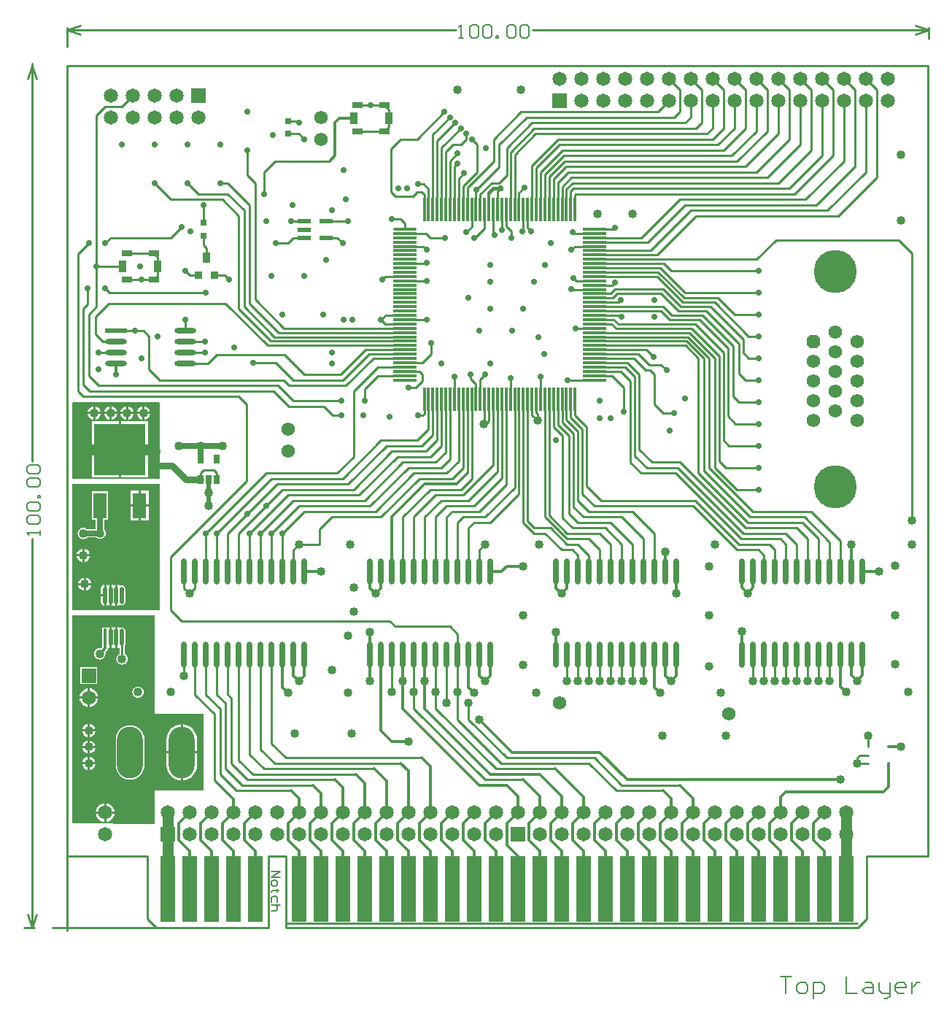
<source format=gtl>
G04*
G04 #@! TF.GenerationSoftware,Altium Limited,CircuitStudio,1.5.2 (30)*
G04*
G04 Layer_Physical_Order=1*
G04 Layer_Color=255*
%FSLAX25Y25*%
%MOIN*%
G70*
G01*
G75*
%ADD10R,0.05906X0.02362*%
%ADD11R,0.23622X0.23622*%
%ADD12R,0.06299X0.11811*%
%ADD13O,0.10827X0.01181*%
%ADD14R,0.10827X0.01181*%
%ADD15R,0.01181X0.10827*%
%ADD16R,0.02756X0.03937*%
%ADD17R,0.09843X0.02362*%
%ADD18O,0.09843X0.02362*%
%ADD19R,0.03543X0.05512*%
%ADD20R,0.04528X0.02953*%
%ADD21R,0.03150X0.03150*%
%ADD22O,0.02400X0.11937*%
%ADD23O,0.01772X0.07874*%
%ADD24R,0.01772X0.07874*%
%ADD25R,0.03600X0.03600*%
%ADD26R,0.03600X0.05000*%
%ADD27R,0.06500X0.30000*%
%ADD28C,0.01000*%
%ADD29C,0.01200*%
%ADD30C,0.02500*%
%ADD31C,0.05000*%
%ADD32C,0.01500*%
%ADD33C,0.02000*%
%ADD34C,0.03000*%
%ADD35C,0.00800*%
%ADD36C,0.00600*%
%ADD37C,0.06200*%
%ADD38C,0.06500*%
%ADD39R,0.06500X0.06500*%
%ADD40C,0.19667*%
%ADD41P,0.06711X8X292.5*%
%ADD42O,0.11811X0.23622*%
%ADD43R,0.06500X0.06500*%
%ADD44C,0.02800*%
%ADD45C,0.04000*%
G36*
X351437Y1280000D02*
X311437D01*
Y1337500D01*
X351437D01*
Y1280000D01*
D02*
G37*
G36*
X348937Y1232500D02*
X371437D01*
Y1197500D01*
X348937D01*
X348937Y1182716D01*
X348583Y1182364D01*
X311437Y1182500D01*
Y1277500D01*
X348937D01*
Y1232500D01*
D02*
G37*
G36*
X351500Y1374646D02*
Y1340000D01*
X311500D01*
Y1374646D01*
X311854Y1375000D01*
X316437Y1375000D01*
X351146Y1375000D01*
X351500Y1374646D01*
D02*
G37*
%LPC*%
G36*
X318500Y1239500D02*
X314779D01*
X314859Y1238890D01*
X315288Y1237857D01*
X315969Y1236969D01*
X316857Y1236288D01*
X317891Y1235859D01*
X318500Y1235779D01*
Y1239500D01*
D02*
G37*
G36*
X323221D02*
X319500D01*
Y1235779D01*
X320110Y1235859D01*
X321143Y1236288D01*
X322031Y1236969D01*
X322712Y1237857D01*
X323141Y1238890D01*
X323221Y1239500D01*
D02*
G37*
G36*
X318500Y1244221D02*
X317891Y1244141D01*
X316857Y1243712D01*
X315969Y1243031D01*
X315288Y1242143D01*
X314859Y1241109D01*
X314779Y1240500D01*
X318500D01*
Y1244221D01*
D02*
G37*
G36*
X341437Y1245122D02*
X340758Y1245033D01*
X340126Y1244771D01*
X339583Y1244354D01*
X339166Y1243811D01*
X338904Y1243179D01*
X338815Y1242500D01*
X338904Y1241821D01*
X339166Y1241189D01*
X339583Y1240646D01*
X340126Y1240229D01*
X340758Y1239967D01*
X341437Y1239878D01*
X342116Y1239967D01*
X342748Y1240229D01*
X343291Y1240646D01*
X343708Y1241189D01*
X343970Y1241821D01*
X344059Y1242500D01*
X343970Y1243179D01*
X343708Y1243811D01*
X343291Y1244354D01*
X342748Y1244771D01*
X342116Y1245033D01*
X341437Y1245122D01*
D02*
G37*
G36*
X321897Y1224500D02*
X319437D01*
Y1222040D01*
X319720Y1222077D01*
X320450Y1222379D01*
X321077Y1222860D01*
X321557Y1223487D01*
X321860Y1224217D01*
X321897Y1224500D01*
D02*
G37*
G36*
X318437D02*
X315977D01*
X316014Y1224217D01*
X316317Y1223487D01*
X316797Y1222860D01*
X317424Y1222379D01*
X318154Y1222077D01*
X318437Y1222040D01*
Y1224500D01*
D02*
G37*
G36*
X319437Y1227960D02*
Y1225500D01*
X321897D01*
X321860Y1225783D01*
X321557Y1226513D01*
X321077Y1227140D01*
X320450Y1227621D01*
X319720Y1227923D01*
X319437Y1227960D01*
D02*
G37*
G36*
X318437D02*
X318154Y1227923D01*
X317424Y1227621D01*
X316797Y1227140D01*
X316317Y1226513D01*
X316014Y1225783D01*
X315977Y1225500D01*
X318437D01*
Y1227960D01*
D02*
G37*
G36*
X325937Y1286291D02*
X324514D01*
Y1283740D01*
X324660Y1283004D01*
X325077Y1282380D01*
X325701Y1281964D01*
X325937Y1281917D01*
Y1286291D01*
D02*
G37*
G36*
X328496Y1272375D02*
X328260Y1272328D01*
X327825Y1272037D01*
X324951D01*
Y1262963D01*
X324951Y1262963D01*
X324951D01*
X324706Y1262571D01*
X324652Y1262518D01*
X324616Y1262533D01*
X323937Y1262622D01*
X323258Y1262533D01*
X322626Y1262271D01*
X322083Y1261854D01*
X321666Y1261311D01*
X321404Y1260679D01*
X321315Y1260000D01*
X321404Y1259321D01*
X321666Y1258689D01*
X322083Y1258146D01*
X322626Y1257729D01*
X323258Y1257467D01*
X323937Y1257378D01*
X324616Y1257467D01*
X325248Y1257729D01*
X325791Y1258146D01*
X326208Y1258689D01*
X326470Y1259321D01*
X326559Y1260000D01*
X326470Y1260679D01*
X326434Y1260767D01*
X327302Y1261635D01*
X327567Y1262032D01*
X327660Y1262500D01*
X328161Y1262739D01*
X328260Y1262672D01*
X328496Y1262625D01*
Y1267500D01*
Y1272375D01*
D02*
G37*
G36*
X326937Y1291666D02*
Y1286791D01*
Y1281917D01*
X327173Y1281964D01*
X327716Y1282327D01*
X328260Y1281964D01*
X328496Y1281917D01*
Y1286791D01*
Y1291666D01*
X328260Y1291619D01*
X327716Y1291256D01*
X327173Y1291619D01*
X326937Y1291666D01*
D02*
G37*
G36*
X329496D02*
Y1286791D01*
Y1281917D01*
X329732Y1281964D01*
X330276Y1282327D01*
X330819Y1281964D01*
X331055Y1281917D01*
Y1286791D01*
Y1291666D01*
X330819Y1291619D01*
X330276Y1291256D01*
X329732Y1291619D01*
X329496Y1291666D01*
D02*
G37*
G36*
X322850Y1253850D02*
X315150D01*
Y1246150D01*
X322850D01*
Y1253850D01*
D02*
G37*
G36*
X319500Y1244221D02*
Y1240500D01*
X323221D01*
X323141Y1241109D01*
X322712Y1242143D01*
X322031Y1243031D01*
X321143Y1243712D01*
X320110Y1244141D01*
X319500Y1244221D01*
D02*
G37*
G36*
X329496Y1272375D02*
Y1267500D01*
Y1262625D01*
X329732Y1262672D01*
X330276Y1263036D01*
X330819Y1262672D01*
X331055Y1262625D01*
Y1267500D01*
Y1272375D01*
X330819Y1272328D01*
X330276Y1271964D01*
X329732Y1272328D01*
X329496Y1272375D01*
D02*
G37*
G36*
X332055D02*
Y1267500D01*
Y1262625D01*
X332291Y1262672D01*
X332493Y1262807D01*
X332993Y1262540D01*
Y1260027D01*
X332803Y1259948D01*
X332260Y1259531D01*
X331843Y1258988D01*
X331581Y1258356D01*
X331492Y1257677D01*
X331581Y1256998D01*
X331843Y1256366D01*
X332260Y1255823D01*
X332803Y1255406D01*
X333435Y1255144D01*
X334114Y1255055D01*
X334793Y1255144D01*
X335425Y1255406D01*
X335968Y1255823D01*
X336385Y1256366D01*
X336647Y1256998D01*
X336737Y1257677D01*
X336647Y1258356D01*
X336385Y1258988D01*
X335968Y1259531D01*
X335425Y1259948D01*
X335236Y1260027D01*
Y1263453D01*
X335514Y1263869D01*
X335629Y1264449D01*
Y1270551D01*
X335514Y1271131D01*
X335185Y1271622D01*
X334694Y1271951D01*
X334114Y1272066D01*
X333534Y1271951D01*
X333087Y1271652D01*
X332915Y1271911D01*
X332291Y1272328D01*
X332055Y1272375D01*
D02*
G37*
G36*
X368376Y1214500D02*
X361937D01*
Y1202205D01*
X362791Y1202289D01*
X364092Y1202684D01*
X365292Y1203325D01*
X366343Y1204188D01*
X367207Y1205239D01*
X367848Y1206439D01*
X368243Y1207741D01*
X368376Y1209095D01*
Y1214500D01*
D02*
G37*
G36*
X360937D02*
X354498D01*
Y1209095D01*
X354631Y1207741D01*
X355026Y1206439D01*
X355667Y1205239D01*
X356530Y1204188D01*
X357582Y1203325D01*
X358782Y1202684D01*
X360083Y1202289D01*
X360937Y1202205D01*
Y1214500D01*
D02*
G37*
G36*
X318437Y1209500D02*
X315977D01*
X316014Y1209217D01*
X316317Y1208487D01*
X316797Y1207860D01*
X317424Y1207380D01*
X318154Y1207077D01*
X318437Y1207040D01*
Y1209500D01*
D02*
G37*
G36*
X337815Y1227442D02*
X336540Y1227317D01*
X335313Y1226945D01*
X334183Y1226341D01*
X333193Y1225528D01*
X332380Y1224537D01*
X331775Y1223407D01*
X331403Y1222181D01*
X331278Y1220905D01*
Y1209095D01*
X331403Y1207819D01*
X331775Y1206593D01*
X332380Y1205463D01*
X333193Y1204472D01*
X334183Y1203659D01*
X335313Y1203055D01*
X336540Y1202683D01*
X337815Y1202557D01*
X339090Y1202683D01*
X340317Y1203055D01*
X341447Y1203659D01*
X342437Y1204472D01*
X343250Y1205463D01*
X343854Y1206593D01*
X344226Y1207819D01*
X344352Y1209095D01*
Y1220905D01*
X344226Y1222181D01*
X343854Y1223407D01*
X343250Y1224537D01*
X342437Y1225528D01*
X341447Y1226341D01*
X340317Y1226945D01*
X339090Y1227317D01*
X337815Y1227442D01*
D02*
G37*
G36*
X330658Y1187000D02*
X326937D01*
Y1183279D01*
X327546Y1183359D01*
X328580Y1183788D01*
X329468Y1184469D01*
X330149Y1185357D01*
X330578Y1186390D01*
X330658Y1187000D01*
D02*
G37*
G36*
X325937D02*
X322216D01*
X322296Y1186390D01*
X322725Y1185357D01*
X323406Y1184469D01*
X324294Y1183788D01*
X325327Y1183359D01*
X325937Y1183279D01*
Y1187000D01*
D02*
G37*
G36*
X326937Y1191721D02*
Y1188000D01*
X330658D01*
X330578Y1188610D01*
X330149Y1189643D01*
X329468Y1190531D01*
X328580Y1191212D01*
X327546Y1191641D01*
X326937Y1191721D01*
D02*
G37*
G36*
X325937D02*
X325327Y1191641D01*
X324294Y1191212D01*
X323406Y1190531D01*
X322725Y1189643D01*
X322296Y1188610D01*
X322216Y1188000D01*
X325937D01*
Y1191721D01*
D02*
G37*
G36*
X321897Y1209500D02*
X319437D01*
Y1207040D01*
X319720Y1207077D01*
X320450Y1207380D01*
X321077Y1207860D01*
X321557Y1208487D01*
X321860Y1209217D01*
X321897Y1209500D01*
D02*
G37*
G36*
X361937Y1227795D02*
Y1215500D01*
X368376D01*
Y1220905D01*
X368243Y1222259D01*
X367848Y1223561D01*
X367207Y1224761D01*
X366343Y1225812D01*
X365292Y1226675D01*
X364092Y1227316D01*
X362791Y1227711D01*
X361937Y1227795D01*
D02*
G37*
G36*
X360937D02*
X360083Y1227711D01*
X358782Y1227316D01*
X357582Y1226675D01*
X356530Y1225812D01*
X355667Y1224761D01*
X355026Y1223561D01*
X354631Y1222259D01*
X354498Y1220905D01*
Y1215500D01*
X360937D01*
Y1227795D01*
D02*
G37*
G36*
X319437Y1220460D02*
Y1218000D01*
X321897D01*
X321860Y1218283D01*
X321557Y1219013D01*
X321077Y1219640D01*
X320450Y1220121D01*
X319720Y1220423D01*
X319437Y1220460D01*
D02*
G37*
G36*
X318437D02*
X318154Y1220423D01*
X317424Y1220121D01*
X316797Y1219640D01*
X316317Y1219013D01*
X316014Y1218283D01*
X315977Y1218000D01*
X318437D01*
Y1220460D01*
D02*
G37*
G36*
X319437Y1212960D02*
Y1210500D01*
X321897D01*
X321860Y1210783D01*
X321557Y1211513D01*
X321077Y1212140D01*
X320450Y1212621D01*
X319720Y1212923D01*
X319437Y1212960D01*
D02*
G37*
G36*
X318437D02*
X318154Y1212923D01*
X317424Y1212621D01*
X316797Y1212140D01*
X316317Y1211513D01*
X316014Y1210783D01*
X315977Y1210500D01*
X318437D01*
Y1212960D01*
D02*
G37*
G36*
X321897Y1217000D02*
X319437D01*
Y1214540D01*
X319720Y1214577D01*
X320450Y1214880D01*
X321077Y1215360D01*
X321557Y1215987D01*
X321860Y1216717D01*
X321897Y1217000D01*
D02*
G37*
G36*
X318437D02*
X315977D01*
X316014Y1216717D01*
X316317Y1215987D01*
X316797Y1215360D01*
X317424Y1214880D01*
X318154Y1214577D01*
X318437Y1214540D01*
Y1217000D01*
D02*
G37*
G36*
X335937Y1369500D02*
X333477D01*
X333514Y1369217D01*
X333817Y1368487D01*
X334297Y1367860D01*
X334924Y1367379D01*
X335654Y1367077D01*
X335937Y1367040D01*
Y1369500D01*
D02*
G37*
G36*
X331897D02*
X329437D01*
Y1367040D01*
X329720Y1367077D01*
X330450Y1367379D01*
X331077Y1367860D01*
X331557Y1368487D01*
X331860Y1369217D01*
X331897Y1369500D01*
D02*
G37*
G36*
X343437D02*
X340977D01*
X341014Y1369217D01*
X341317Y1368487D01*
X341797Y1367860D01*
X342424Y1367379D01*
X343154Y1367077D01*
X343437Y1367040D01*
Y1369500D01*
D02*
G37*
G36*
X339397D02*
X336937D01*
Y1367040D01*
X337220Y1367077D01*
X337950Y1367379D01*
X338577Y1367860D01*
X339057Y1368487D01*
X339360Y1369217D01*
X339397Y1369500D01*
D02*
G37*
G36*
X320937D02*
X318477D01*
X318514Y1369217D01*
X318816Y1368487D01*
X319297Y1367860D01*
X319924Y1367379D01*
X320654Y1367077D01*
X320937Y1367040D01*
Y1369500D01*
D02*
G37*
G36*
X345921Y1366177D02*
X333610D01*
Y1353866D01*
X345921D01*
Y1366177D01*
D02*
G37*
G36*
X328437Y1369500D02*
X325977D01*
X326014Y1369217D01*
X326316Y1368487D01*
X326797Y1367860D01*
X327424Y1367379D01*
X328154Y1367077D01*
X328437Y1367040D01*
Y1369500D01*
D02*
G37*
G36*
X324397D02*
X321937D01*
Y1367040D01*
X322220Y1367077D01*
X322950Y1367379D01*
X323577Y1367860D01*
X324058Y1368487D01*
X324360Y1369217D01*
X324397Y1369500D01*
D02*
G37*
G36*
X346897D02*
X344437D01*
Y1367040D01*
X344720Y1367077D01*
X345450Y1367379D01*
X346077Y1367860D01*
X346557Y1368487D01*
X346860Y1369217D01*
X346897Y1369500D01*
D02*
G37*
G36*
X336937Y1372960D02*
Y1370500D01*
X339397D01*
X339360Y1370783D01*
X339057Y1371513D01*
X338577Y1372140D01*
X337950Y1372620D01*
X337220Y1372923D01*
X336937Y1372960D01*
D02*
G37*
G36*
X335937D02*
X335654Y1372923D01*
X334924Y1372620D01*
X334297Y1372140D01*
X333817Y1371513D01*
X333514Y1370783D01*
X333477Y1370500D01*
X335937D01*
Y1372960D01*
D02*
G37*
G36*
X344437D02*
Y1370500D01*
X346897D01*
X346860Y1370783D01*
X346557Y1371513D01*
X346077Y1372140D01*
X345450Y1372620D01*
X344720Y1372923D01*
X344437Y1372960D01*
D02*
G37*
G36*
X343437D02*
X343154Y1372923D01*
X342424Y1372620D01*
X341797Y1372140D01*
X341317Y1371513D01*
X341014Y1370783D01*
X340977Y1370500D01*
X343437D01*
Y1372960D01*
D02*
G37*
G36*
X321937D02*
Y1370500D01*
X324397D01*
X324360Y1370783D01*
X324058Y1371513D01*
X323577Y1372140D01*
X322950Y1372620D01*
X322220Y1372923D01*
X321937Y1372960D01*
D02*
G37*
G36*
X320937D02*
X320654Y1372923D01*
X319924Y1372620D01*
X319297Y1372140D01*
X318816Y1371513D01*
X318514Y1370783D01*
X318477Y1370500D01*
X320937D01*
Y1372960D01*
D02*
G37*
G36*
X329437D02*
Y1370500D01*
X331897D01*
X331860Y1370783D01*
X331557Y1371513D01*
X331077Y1372140D01*
X330450Y1372620D01*
X329720Y1372923D01*
X329437Y1372960D01*
D02*
G37*
G36*
X328437D02*
X328154Y1372923D01*
X327424Y1372620D01*
X326797Y1372140D01*
X326316Y1371513D01*
X326014Y1370783D01*
X325977Y1370500D01*
X328437D01*
Y1372960D01*
D02*
G37*
G36*
X332610Y1366177D02*
X320299D01*
Y1353866D01*
X332610D01*
Y1366177D01*
D02*
G37*
G36*
X317587Y1294810D02*
Y1292350D01*
X320047D01*
X320009Y1292634D01*
X319707Y1293363D01*
X319226Y1293990D01*
X318600Y1294471D01*
X317870Y1294773D01*
X317587Y1294810D01*
D02*
G37*
G36*
X316587D02*
X316303Y1294773D01*
X315574Y1294471D01*
X314947Y1293990D01*
X314466Y1293363D01*
X314164Y1292634D01*
X314126Y1292350D01*
X316587D01*
Y1294810D01*
D02*
G37*
G36*
X319397Y1304500D02*
X316937D01*
Y1302040D01*
X317220Y1302077D01*
X317950Y1302380D01*
X318577Y1302860D01*
X319057Y1303487D01*
X319360Y1304217D01*
X319397Y1304500D01*
D02*
G37*
G36*
X315937D02*
X313477D01*
X313514Y1304217D01*
X313816Y1303487D01*
X314297Y1302860D01*
X314924Y1302380D01*
X315654Y1302077D01*
X315937Y1302040D01*
Y1304500D01*
D02*
G37*
G36*
X325937Y1291666D02*
X325701Y1291619D01*
X325077Y1291202D01*
X324660Y1290578D01*
X324514Y1289843D01*
Y1287291D01*
X325937D01*
Y1291666D01*
D02*
G37*
G36*
X332055Y1291666D02*
Y1286791D01*
Y1281917D01*
X332291Y1281964D01*
X332915Y1282380D01*
X333087Y1282639D01*
X333534Y1282341D01*
X334114Y1282225D01*
X334694Y1282341D01*
X335185Y1282669D01*
X335514Y1283160D01*
X335629Y1283740D01*
Y1289843D01*
X335514Y1290422D01*
X335185Y1290914D01*
X334694Y1291242D01*
X334114Y1291357D01*
X333534Y1291242D01*
X333087Y1290944D01*
X332915Y1291202D01*
X332291Y1291619D01*
X332055Y1291666D01*
D02*
G37*
G36*
X320047Y1291350D02*
X317587D01*
Y1288890D01*
X317870Y1288927D01*
X318600Y1289230D01*
X319226Y1289711D01*
X319707Y1290337D01*
X320009Y1291067D01*
X320047Y1291350D01*
D02*
G37*
G36*
X316587D02*
X314126D01*
X314164Y1291067D01*
X314466Y1290337D01*
X314947Y1289711D01*
X315574Y1289230D01*
X316303Y1288927D01*
X316587Y1288890D01*
Y1291350D01*
D02*
G37*
G36*
X315937Y1307960D02*
X315654Y1307923D01*
X314924Y1307621D01*
X314297Y1307140D01*
X313816Y1306513D01*
X313514Y1305783D01*
X313477Y1305500D01*
X315937D01*
Y1307960D01*
D02*
G37*
G36*
X346315Y1334681D02*
X342665D01*
Y1328275D01*
X346315D01*
Y1334681D01*
D02*
G37*
G36*
X341665D02*
X338016D01*
Y1328275D01*
X341665D01*
Y1334681D01*
D02*
G37*
G36*
X345921Y1352866D02*
X333610D01*
Y1340555D01*
X345921D01*
Y1352866D01*
D02*
G37*
G36*
X332610D02*
X320299D01*
Y1340555D01*
X332610D01*
Y1352866D01*
D02*
G37*
G36*
X327805Y1334281D02*
X320305D01*
Y1321270D01*
X322169D01*
Y1317004D01*
X318096D01*
X317748Y1317271D01*
X317116Y1317533D01*
X316437Y1317622D01*
X315758Y1317533D01*
X315126Y1317271D01*
X314583Y1316854D01*
X314166Y1316311D01*
X313904Y1315679D01*
X313814Y1315000D01*
X313904Y1314321D01*
X314166Y1313689D01*
X314583Y1313146D01*
X315126Y1312729D01*
X315758Y1312467D01*
X316437Y1312377D01*
X317116Y1312467D01*
X317748Y1312729D01*
X318291Y1313146D01*
X318357Y1313232D01*
X322242D01*
X322744Y1312847D01*
X323376Y1312585D01*
X324055Y1312496D01*
X324734Y1312585D01*
X325366Y1312847D01*
X325909Y1313264D01*
X326326Y1313807D01*
X326588Y1314439D01*
X326677Y1315118D01*
X326588Y1315797D01*
X326326Y1316429D01*
X325941Y1316931D01*
Y1321270D01*
X327805D01*
Y1334281D01*
D02*
G37*
G36*
X316937Y1307960D02*
Y1305500D01*
X319397D01*
X319360Y1305783D01*
X319057Y1306513D01*
X318577Y1307140D01*
X317950Y1307621D01*
X317220Y1307923D01*
X316937Y1307960D01*
D02*
G37*
G36*
X346315Y1327275D02*
X342665D01*
Y1320870D01*
X346315D01*
Y1327275D01*
D02*
G37*
G36*
X341665D02*
X338016D01*
Y1320870D01*
X341665D01*
Y1327275D01*
D02*
G37*
%LPD*%
D10*
X427343Y1450020D02*
D03*
Y1457500D02*
D03*
X417500Y1450020D02*
D03*
Y1453760D02*
D03*
Y1457500D02*
D03*
D11*
X333110Y1353366D02*
D03*
D12*
X324055Y1327775D02*
D03*
X342165D02*
D03*
D13*
X463386Y1453996D02*
D03*
D14*
Y1452027D02*
D03*
Y1450059D02*
D03*
Y1448090D02*
D03*
Y1446122D02*
D03*
Y1444153D02*
D03*
Y1442185D02*
D03*
Y1440217D02*
D03*
Y1438248D02*
D03*
Y1436279D02*
D03*
Y1434311D02*
D03*
Y1432342D02*
D03*
Y1430374D02*
D03*
Y1428405D02*
D03*
Y1426437D02*
D03*
Y1424468D02*
D03*
Y1422500D02*
D03*
Y1420531D02*
D03*
Y1418563D02*
D03*
Y1416594D02*
D03*
Y1414626D02*
D03*
Y1412658D02*
D03*
Y1410689D02*
D03*
Y1408720D02*
D03*
Y1406752D02*
D03*
Y1404784D02*
D03*
Y1402815D02*
D03*
Y1400846D02*
D03*
Y1398878D02*
D03*
Y1396909D02*
D03*
Y1394941D02*
D03*
Y1392972D02*
D03*
Y1391004D02*
D03*
Y1389035D02*
D03*
Y1387067D02*
D03*
Y1385098D02*
D03*
X550000D02*
D03*
Y1387067D02*
D03*
Y1389035D02*
D03*
Y1391004D02*
D03*
Y1392972D02*
D03*
Y1394941D02*
D03*
Y1396909D02*
D03*
Y1398878D02*
D03*
Y1400846D02*
D03*
Y1402815D02*
D03*
Y1404784D02*
D03*
Y1406752D02*
D03*
Y1408720D02*
D03*
Y1410689D02*
D03*
Y1412658D02*
D03*
Y1414626D02*
D03*
Y1416594D02*
D03*
Y1418563D02*
D03*
Y1420531D02*
D03*
Y1422500D02*
D03*
Y1424468D02*
D03*
Y1426437D02*
D03*
Y1428405D02*
D03*
Y1430374D02*
D03*
Y1432342D02*
D03*
Y1434311D02*
D03*
Y1436279D02*
D03*
Y1438248D02*
D03*
Y1440217D02*
D03*
Y1442185D02*
D03*
Y1444153D02*
D03*
Y1446122D02*
D03*
Y1448090D02*
D03*
Y1450059D02*
D03*
Y1452027D02*
D03*
Y1453996D02*
D03*
D15*
X472244Y1376240D02*
D03*
X474213D02*
D03*
X476181D02*
D03*
X478150D02*
D03*
X480118D02*
D03*
X482087D02*
D03*
X484055D02*
D03*
X486024D02*
D03*
X487992D02*
D03*
X489961D02*
D03*
X491929D02*
D03*
X493898D02*
D03*
X495866D02*
D03*
X497835D02*
D03*
X499803D02*
D03*
X501772D02*
D03*
X503740D02*
D03*
X505709D02*
D03*
X507677D02*
D03*
X509646D02*
D03*
X511614D02*
D03*
X513583D02*
D03*
X515551D02*
D03*
X517520D02*
D03*
X519488D02*
D03*
X521457D02*
D03*
X523425D02*
D03*
X525394D02*
D03*
X527362D02*
D03*
X529331D02*
D03*
X531299D02*
D03*
X533268D02*
D03*
X535236D02*
D03*
X537205D02*
D03*
X539173D02*
D03*
X541142D02*
D03*
Y1462854D02*
D03*
X539173D02*
D03*
X537205D02*
D03*
X535236D02*
D03*
X533268D02*
D03*
X531299D02*
D03*
X529331D02*
D03*
X527362D02*
D03*
X525394D02*
D03*
X523425D02*
D03*
X521457D02*
D03*
X519488D02*
D03*
X517520D02*
D03*
X515551D02*
D03*
X513583D02*
D03*
X511614D02*
D03*
X509646D02*
D03*
X507677D02*
D03*
X505709D02*
D03*
X503740D02*
D03*
X501772D02*
D03*
X499803D02*
D03*
X497835D02*
D03*
X495866D02*
D03*
X493898D02*
D03*
X491929D02*
D03*
X489961D02*
D03*
X487992D02*
D03*
X486024D02*
D03*
X484055D02*
D03*
X482087D02*
D03*
X480118D02*
D03*
X478150D02*
D03*
X476181D02*
D03*
X474213D02*
D03*
X472244D02*
D03*
D16*
X377480Y1348949D02*
D03*
X370000D02*
D03*
X377480Y1339500D02*
D03*
X373740D02*
D03*
X370000D02*
D03*
D17*
X331437Y1407500D02*
D03*
D18*
Y1402500D02*
D03*
Y1397500D02*
D03*
Y1392500D02*
D03*
X362933Y1407500D02*
D03*
Y1402500D02*
D03*
Y1397500D02*
D03*
Y1392500D02*
D03*
D19*
X440000Y1504500D02*
D03*
X456142D02*
D03*
X350374Y1437000D02*
D03*
X334232D02*
D03*
D20*
X441673Y1510504D02*
D03*
X454075D02*
D03*
Y1498496D02*
D03*
X441673D02*
D03*
X348701Y1430996D02*
D03*
X336299D02*
D03*
Y1443004D02*
D03*
X348701D02*
D03*
D21*
X371500Y1451000D02*
D03*
Y1456905D02*
D03*
X410000Y1497500D02*
D03*
Y1503405D02*
D03*
D22*
X452500Y1259500D02*
D03*
X462500D02*
D03*
X467500D02*
D03*
X472500D02*
D03*
X457500D02*
D03*
X482500D02*
D03*
X477500D02*
D03*
X487500D02*
D03*
X502500D02*
D03*
X497500D02*
D03*
X492500D02*
D03*
X457500Y1297500D02*
D03*
X462500D02*
D03*
X467500D02*
D03*
X472500D02*
D03*
X477500D02*
D03*
X482500D02*
D03*
X487500D02*
D03*
X492500D02*
D03*
X497500D02*
D03*
X447500Y1259500D02*
D03*
Y1297500D02*
D03*
X452500D02*
D03*
X502500D02*
D03*
X587500D02*
D03*
X537500D02*
D03*
X532500D02*
D03*
Y1259500D02*
D03*
X582500Y1297500D02*
D03*
X577500D02*
D03*
X572500D02*
D03*
X567500D02*
D03*
X562500D02*
D03*
X557500D02*
D03*
X552500D02*
D03*
X547500D02*
D03*
X542500D02*
D03*
X577500Y1259500D02*
D03*
X582500D02*
D03*
X587500D02*
D03*
X572500D02*
D03*
X562500D02*
D03*
X567500D02*
D03*
X542500D02*
D03*
X557500D02*
D03*
X552500D02*
D03*
X547500D02*
D03*
X537500D02*
D03*
X672500Y1297750D02*
D03*
X622500D02*
D03*
X617500D02*
D03*
Y1259750D02*
D03*
X667500Y1297750D02*
D03*
X662500D02*
D03*
X657500D02*
D03*
X652500D02*
D03*
X647500D02*
D03*
X642500D02*
D03*
X637500D02*
D03*
X632500D02*
D03*
X627500D02*
D03*
X662500Y1259750D02*
D03*
X667500D02*
D03*
X672500D02*
D03*
X657500D02*
D03*
X647500D02*
D03*
X652500D02*
D03*
X627500D02*
D03*
X642500D02*
D03*
X637500D02*
D03*
X632500D02*
D03*
X622500D02*
D03*
X417500Y1297500D02*
D03*
X367500D02*
D03*
X362500D02*
D03*
Y1259500D02*
D03*
X412500Y1297500D02*
D03*
X407500D02*
D03*
X402500D02*
D03*
X397500D02*
D03*
X392500D02*
D03*
X387500D02*
D03*
X382500D02*
D03*
X377500D02*
D03*
X372500D02*
D03*
X407500Y1259500D02*
D03*
X412500D02*
D03*
X417500D02*
D03*
X402500D02*
D03*
X392500D02*
D03*
X397500D02*
D03*
X372500D02*
D03*
X387500D02*
D03*
X382500D02*
D03*
X377500D02*
D03*
X367500D02*
D03*
D23*
X334114Y1286791D02*
D03*
X331555D02*
D03*
X328996D02*
D03*
X326437D02*
D03*
X334114Y1267500D02*
D03*
X331555D02*
D03*
X328996D02*
D03*
D24*
X326437D02*
D03*
D25*
X376500Y1433000D02*
D03*
X369000D02*
D03*
D26*
X372800Y1441000D02*
D03*
D27*
X395000Y1152500D02*
D03*
X665000D02*
D03*
X655000D02*
D03*
X645000D02*
D03*
X635000D02*
D03*
X355000D02*
D03*
X365000D02*
D03*
X375000D02*
D03*
X385000D02*
D03*
X415000D02*
D03*
X425000D02*
D03*
X435000D02*
D03*
X445000D02*
D03*
X455000D02*
D03*
X465000D02*
D03*
X475000D02*
D03*
X485000D02*
D03*
X495000D02*
D03*
X505000D02*
D03*
X515000D02*
D03*
X525000D02*
D03*
X535000D02*
D03*
X545000D02*
D03*
X555000D02*
D03*
X565000D02*
D03*
X575000D02*
D03*
X585000D02*
D03*
X595000D02*
D03*
X605000D02*
D03*
X615000D02*
D03*
X625000D02*
D03*
D28*
X581437Y1370000D02*
X586437D01*
X577500Y1373937D02*
X581437Y1370000D01*
X661437Y1460000D02*
X678937Y1477500D01*
Y1517500D01*
X656437Y1462500D02*
X673937Y1480000D01*
Y1512500D01*
X668937Y1482500D02*
Y1517500D01*
X651437Y1465000D02*
X668937Y1482500D01*
X663937Y1485000D02*
Y1512500D01*
X646437Y1467500D02*
X663937Y1485000D01*
X658937Y1487500D02*
Y1517500D01*
X641437Y1470000D02*
X658937Y1487500D01*
X541437Y1470000D02*
X641437D01*
X653937Y1487500D02*
Y1512500D01*
X638937Y1472500D02*
X653937Y1487500D01*
X540500Y1472500D02*
X638937D01*
X648937Y1490000D02*
Y1517500D01*
X633937Y1475000D02*
X648937Y1490000D01*
X540000Y1475000D02*
X633937D01*
X643937Y1492500D02*
Y1512500D01*
X628937Y1477500D02*
X643937Y1492500D01*
X539500Y1477500D02*
X628937D01*
X638937Y1495000D02*
Y1517500D01*
X623937Y1480000D02*
X638937Y1495000D01*
X538000Y1480000D02*
X623937D01*
X633937Y1497500D02*
Y1512500D01*
X618937Y1482500D02*
X633937Y1497500D01*
X537000Y1482500D02*
X618937D01*
X628937Y1498750D02*
Y1517500D01*
X615187Y1485000D02*
X628937Y1498750D01*
X536500Y1485000D02*
X615187D01*
X623937Y1498750D02*
Y1512500D01*
X612687Y1487500D02*
X623937Y1498750D01*
X536000Y1487500D02*
X612687D01*
X618937Y1500000D02*
Y1517500D01*
X608937Y1490000D02*
X618937Y1500000D01*
X535500Y1490000D02*
X608937D01*
X613937Y1500000D02*
Y1512500D01*
X606437Y1492500D02*
X613937Y1500000D01*
X534000Y1492500D02*
X606437D01*
X603937Y1495000D02*
X608937Y1500000D01*
X533500Y1495000D02*
X603937D01*
X608937Y1500000D02*
Y1517500D01*
X476181Y1462854D02*
Y1497244D01*
X483937Y1505000D01*
X478150Y1494213D02*
X486437Y1502500D01*
X478150Y1462854D02*
Y1494213D01*
X480118Y1462854D02*
Y1491181D01*
X488937Y1500000D01*
X485437Y1492500D02*
X488937D01*
X491437Y1495000D01*
Y1497500D01*
X493937Y1495000D02*
X496437Y1492500D01*
Y1480000D02*
Y1492500D01*
X489961Y1473524D02*
X496437Y1480000D01*
X489961Y1462854D02*
Y1473524D01*
X578937Y1507500D02*
X583937Y1512500D01*
X516437Y1507500D02*
X578937D01*
X503937Y1495000D02*
X516437Y1507500D01*
X503937Y1485000D02*
Y1495000D01*
X491929Y1472992D02*
X503937Y1485000D01*
X491929Y1462854D02*
Y1472992D01*
X583937Y1522500D02*
X588937Y1517500D01*
Y1507500D02*
Y1517500D01*
X586437Y1505000D02*
X588937Y1507500D01*
X518937Y1505000D02*
X586437D01*
X506437Y1492500D02*
X518937Y1505000D01*
X506437Y1482437D02*
Y1492500D01*
X496000Y1472000D02*
X506437Y1482437D01*
X593937Y1505000D02*
Y1512500D01*
Y1522500D02*
X598937Y1517500D01*
X603937Y1500000D02*
Y1512500D01*
Y1522500D02*
X608937Y1517500D01*
X613937Y1522500D02*
X618937Y1517500D01*
X623937Y1522500D02*
X628937Y1517500D01*
X633937Y1522500D02*
X638937Y1517500D01*
X643937Y1522500D02*
X648937Y1517500D01*
X653937Y1522500D02*
X658937Y1517500D01*
X663937Y1522500D02*
X668937Y1517500D01*
X673937Y1522500D02*
X678937Y1517500D01*
X591437Y1502500D02*
X593937Y1505000D01*
X521437Y1502500D02*
X591437D01*
X510000Y1491063D02*
X521437Y1502500D01*
X510000Y1478500D02*
Y1491063D01*
X598937Y1502500D02*
Y1517500D01*
X596437Y1500000D02*
X598937Y1502500D01*
X522500Y1500000D02*
X596437D01*
X511614Y1489114D02*
X522500Y1500000D01*
X601437Y1497500D02*
X603937Y1500000D01*
X523000Y1497500D02*
X601437D01*
X513583Y1488083D02*
X523000Y1497500D01*
X521457Y1482957D02*
X533500Y1495000D01*
X523425Y1481925D02*
X534000Y1492500D01*
X525394Y1479894D02*
X535500Y1490000D01*
X527362Y1478862D02*
X536000Y1487500D01*
X529331Y1477831D02*
X536500Y1485000D01*
X531299Y1476799D02*
X537000Y1482500D01*
X533268Y1475268D02*
X538000Y1480000D01*
X535236Y1473236D02*
X539500Y1477500D01*
X537205Y1472205D02*
X540000Y1475000D01*
X539173Y1471173D02*
X540500Y1472500D01*
X541142Y1469705D02*
X541437Y1470000D01*
X541142Y1462854D02*
Y1469705D01*
X400000Y1342500D02*
X432500D01*
X372500Y1315000D02*
X400000Y1342500D01*
X432500D02*
X440000Y1350000D01*
X482500Y1342500D02*
X487992Y1347992D01*
X467500Y1342500D02*
X482500D01*
X450000Y1325000D02*
X467500Y1342500D01*
X417500Y1325000D02*
X450000D01*
X407500Y1315000D02*
X417500Y1325000D01*
X407500Y1297500D02*
Y1315000D01*
X480000Y1345000D02*
X484055Y1349055D01*
X465000Y1345000D02*
X480000D01*
X447500Y1327500D02*
X465000Y1345000D01*
X415000Y1327500D02*
X447500D01*
X402500Y1315000D02*
X415000Y1327500D01*
X402500Y1297500D02*
Y1315000D01*
X462500Y1347500D02*
X477500D01*
X445000Y1330000D02*
X462500Y1347500D01*
X412500Y1330000D02*
X445000D01*
X482087Y1352087D02*
Y1376240D01*
X477500Y1347500D02*
X482087Y1352087D01*
X397500Y1315000D02*
X412500Y1330000D01*
X397500Y1297500D02*
Y1315000D01*
X480118Y1355000D02*
Y1376240D01*
X475118Y1350000D02*
X480118Y1355000D01*
X460000Y1350000D02*
X475118D01*
X442500Y1332500D02*
X460000Y1350000D01*
X410000Y1332500D02*
X442500D01*
X392500Y1315000D02*
X410000Y1332500D01*
X392500Y1297500D02*
Y1315000D01*
X478150Y1357500D02*
Y1376240D01*
X473150Y1352500D02*
X478150Y1357500D01*
X457500Y1352500D02*
X473150D01*
X440000Y1335000D02*
X457500Y1352500D01*
X407500Y1335000D02*
X440000D01*
X387500Y1297500D02*
Y1315000D01*
X476181Y1360000D02*
Y1376240D01*
X471181Y1355000D02*
X476181Y1360000D01*
X455000Y1355000D02*
X471181D01*
X437500Y1337500D02*
X455000Y1355000D01*
X405000Y1337500D02*
X437500D01*
X382500Y1297500D02*
Y1315000D01*
X372500Y1297500D02*
Y1315000D01*
X474213Y1362500D02*
Y1376240D01*
X469213Y1357500D02*
X474213Y1362500D01*
X452500Y1357500D02*
X469213D01*
X435000Y1340000D02*
X452500Y1357500D01*
X402500Y1340000D02*
X435000D01*
X377500Y1315000D02*
X402500Y1340000D01*
X377500Y1297500D02*
Y1315000D01*
X440000Y1350000D02*
Y1380000D01*
X392500Y1420000D02*
X405748Y1406752D01*
X395000Y1421941D02*
X408220Y1408720D01*
X343937Y1407500D02*
X346437Y1405000D01*
X339937Y1407500D02*
X343937D01*
X482500Y1237500D02*
Y1259500D01*
X482500Y1237500D02*
X482500Y1237500D01*
X492500Y1230000D02*
Y1237500D01*
Y1230000D02*
X510000Y1212500D01*
X550000D01*
X562500Y1200000D01*
X471878Y1446122D02*
X473500Y1444500D01*
X463386Y1446122D02*
X471878D01*
X473248Y1438248D02*
X473500Y1438500D01*
X463386Y1438248D02*
X473248D01*
X525394Y1386394D02*
X525500Y1386500D01*
X525394Y1376240D02*
Y1386394D01*
X539500Y1426500D02*
X539563Y1426437D01*
X550000D01*
X539500Y1444500D02*
X541122Y1446122D01*
X550000D01*
X558996Y1453996D02*
X559500Y1454500D01*
X550000Y1453996D02*
X558996D01*
X491500Y1452500D02*
X493898Y1454898D01*
Y1462854D01*
X507000Y1472500D02*
X507677Y1471823D01*
X505709Y1471209D02*
X507000Y1472500D01*
X505709Y1462854D02*
Y1471209D01*
X497835Y1385335D02*
X500000Y1387500D01*
X497835Y1376240D02*
Y1385335D01*
X486024Y1376240D02*
Y1386476D01*
X507677Y1453677D02*
Y1462854D01*
X519488Y1454512D02*
X521000Y1453000D01*
X519488Y1454512D02*
Y1462854D01*
X517000Y1453000D02*
X517520Y1453520D01*
Y1462854D01*
X469500Y1369000D02*
X471500D01*
X472244Y1369744D01*
Y1376240D01*
X362500Y1290000D02*
Y1297500D01*
Y1290000D02*
X365000Y1287500D01*
X367500Y1290000D02*
Y1297500D01*
X365000Y1287500D02*
X367500Y1290000D01*
X362500Y1250000D02*
Y1259500D01*
X463386Y1453996D02*
Y1456614D01*
X461500Y1458500D02*
X463386Y1456614D01*
X457500Y1458500D02*
X461500D01*
X415000Y1310000D02*
X424500D01*
X412500Y1307500D02*
X415000Y1310000D01*
X412500Y1297500D02*
Y1307500D01*
X334114Y1257677D02*
Y1267500D01*
X404468Y1447500D02*
X410000D01*
X412520Y1450020D01*
X417500D01*
X427343Y1457500D02*
X437500D01*
X432480Y1450020D02*
X435000Y1447500D01*
X427343Y1450020D02*
X432480D01*
X622500Y1247750D02*
Y1259750D01*
X627500Y1247750D02*
Y1259750D01*
X632500Y1247750D02*
Y1259750D01*
X637500Y1247750D02*
Y1259750D01*
X642500Y1247750D02*
Y1259750D01*
X647500Y1247750D02*
Y1259750D01*
X652500Y1247750D02*
Y1259750D01*
X657500Y1247750D02*
Y1259750D01*
X572500Y1247500D02*
Y1259500D01*
X567500Y1247500D02*
Y1259500D01*
X562500Y1247500D02*
Y1259500D01*
X557500Y1247500D02*
Y1259500D01*
X552500Y1247500D02*
Y1259500D01*
X547500Y1247500D02*
Y1259500D01*
X542500Y1247500D02*
Y1259500D01*
X537500Y1247500D02*
Y1259500D01*
X547500Y1210000D02*
X560000Y1197500D01*
X507500Y1210000D02*
X547500D01*
X487500Y1230000D02*
X507500Y1210000D01*
X477500Y1235000D02*
X505000Y1207500D01*
X467500Y1235000D02*
X500000Y1202500D01*
X487500Y1230000D02*
Y1242500D01*
X477500Y1235000D02*
Y1242500D01*
X467500Y1235000D02*
Y1242500D01*
X487500Y1242500D02*
Y1257500D01*
X487500Y1257500D01*
X402500Y1259500D02*
Y1260000D01*
X397500Y1259500D02*
Y1260000D01*
X392500Y1259500D02*
Y1260000D01*
X387500Y1259500D02*
Y1260000D01*
X451004Y1391004D02*
X463386D01*
X578657Y1432342D02*
X590500Y1420500D01*
X550000Y1432342D02*
X578657D01*
X581500Y1426500D02*
X589500Y1418500D01*
X559500Y1426500D02*
X581500D01*
X557469Y1424468D02*
X559500Y1426500D01*
X550000Y1424468D02*
X557469D01*
X580500Y1424500D02*
X588500Y1416500D01*
X560500Y1424500D02*
X580500D01*
X558500Y1422500D02*
X560500Y1424500D01*
X550000Y1422500D02*
X558500D01*
X581437Y1418563D02*
X585500Y1414500D01*
X550000Y1418563D02*
X581437D01*
X580406Y1416594D02*
X584500Y1412500D01*
X550000Y1416594D02*
X580406D01*
X441673Y1498496D02*
X454075D01*
X573531Y1389468D02*
X575500D01*
X577500Y1387469D01*
Y1373937D02*
Y1387469D01*
X509646Y1337146D02*
Y1376240D01*
X505709Y1343209D02*
Y1376240D01*
X489961Y1344961D02*
Y1376240D01*
X487992Y1347992D02*
Y1376240D01*
X565028Y1392972D02*
X570500Y1387500D01*
X550000Y1392972D02*
X565028D01*
X563996Y1391004D02*
X568500Y1386500D01*
X550000Y1391004D02*
X563996D01*
X561965Y1389035D02*
X566500Y1384500D01*
X550000Y1389035D02*
X561965D01*
X546500Y1336500D02*
Y1363500D01*
X541142Y1368858D02*
X546500Y1363500D01*
X541142Y1368858D02*
Y1376240D01*
X544500Y1333000D02*
Y1362500D01*
X539173Y1367827D02*
X544500Y1362500D01*
X539173Y1367827D02*
Y1376240D01*
X542500Y1330000D02*
Y1361500D01*
X537205Y1366795D02*
X542500Y1361500D01*
X537205Y1366795D02*
Y1376240D01*
X540500Y1327000D02*
Y1360500D01*
X535236Y1365764D02*
X540500Y1360500D01*
X535236Y1365764D02*
Y1376240D01*
X538500Y1324000D02*
Y1359500D01*
X533268Y1364732D02*
X538500Y1359500D01*
X533268Y1364732D02*
Y1376240D01*
X535500Y1322000D02*
Y1359500D01*
X531299Y1363701D02*
X535500Y1359500D01*
X531299Y1363701D02*
Y1376240D01*
X529331Y1323169D02*
Y1376240D01*
X527362Y1322638D02*
Y1376240D01*
X519488Y1320512D02*
Y1376240D01*
X493898Y1339898D02*
Y1376240D01*
X484055Y1349055D02*
Y1376240D01*
X440000Y1380000D02*
X451004Y1391004D01*
X323437Y1397500D02*
X331437D01*
X362933Y1402500D02*
X371937D01*
X446910Y1396909D02*
X463386D01*
X362933Y1397500D02*
X371937D01*
X448941Y1394941D02*
X463386D01*
X331437Y1407500D02*
X339937D01*
X370000Y1339500D02*
Y1342500D01*
X377480Y1342480D02*
X377500Y1342500D01*
X377480Y1339500D02*
Y1342480D01*
X376000Y1344000D02*
X377500Y1342500D01*
X371500Y1344000D02*
X376000D01*
X370000Y1342500D02*
X371500Y1344000D01*
X521457Y1369043D02*
X524000Y1366500D01*
X521457Y1369043D02*
Y1376240D01*
X524000Y1366500D02*
Y1369500D01*
X537500Y1385000D02*
X537598Y1385098D01*
X550000D01*
X540000Y1452500D02*
X540473Y1452027D01*
X550000D01*
X561031Y1420531D02*
X562000Y1421500D01*
X550000Y1420531D02*
X561031D01*
X558405Y1428405D02*
X559500Y1429500D01*
X550000Y1428405D02*
X558405D01*
X561874Y1414626D02*
X562500Y1414000D01*
X550000Y1414626D02*
X561874D01*
X523425Y1370075D02*
X524000Y1369500D01*
X523425Y1370075D02*
Y1376240D01*
X501772Y1366272D02*
Y1376240D01*
X452500Y1412500D02*
X454626Y1414626D01*
X463386D01*
X452500Y1412500D02*
X454311Y1410689D01*
X463386D01*
X515551Y1470551D02*
X518000Y1473000D01*
X515551Y1462854D02*
Y1470551D01*
X474213Y1462854D02*
Y1472287D01*
X453000Y1431000D02*
X454343Y1432342D01*
X463386D01*
X336299Y1443004D02*
X348701D01*
X463386Y1452027D02*
X472972D01*
X475000Y1450000D01*
X481850D01*
X550000Y1394941D02*
X568059D01*
X550000Y1396909D02*
X570090D01*
X575000Y1392000D01*
X580500D01*
X583031Y1389468D01*
X550000Y1398878D02*
X573622D01*
X577000Y1395500D01*
X550000Y1387067D02*
X557933D01*
X563500Y1381500D01*
Y1370500D02*
Y1381500D01*
X410000Y1503405D02*
X414094D01*
X415000Y1502500D01*
X463386Y1389035D02*
X469965D01*
X471500Y1387500D01*
Y1384500D02*
Y1387500D01*
X468500Y1381500D02*
X471500Y1384500D01*
X465000Y1381500D02*
X468500D01*
X475500Y1397000D02*
Y1402000D01*
X471473Y1392972D02*
X475500Y1397000D01*
X463386Y1392972D02*
X471473D01*
X362933Y1407500D02*
Y1412496D01*
X325437Y1402500D02*
X331437D01*
X321937Y1406000D02*
X325437Y1402500D01*
X321937Y1406000D02*
Y1414000D01*
X568059Y1394941D02*
X573531Y1389468D01*
X445378Y1398878D02*
X463386D01*
X408220Y1408720D02*
X463386D01*
X405748Y1406752D02*
X463386D01*
X500500Y1365000D02*
X501772Y1366272D01*
X499500Y1365000D02*
X500500D01*
X499803Y1365303D02*
Y1376240D01*
X499500Y1365000D02*
X499803Y1365303D01*
X495866Y1471866D02*
X496000Y1472000D01*
X495866Y1462854D02*
Y1471866D01*
X497500Y1307500D02*
X500000Y1310000D01*
X497500Y1297500D02*
Y1307500D01*
X457500Y1242500D02*
Y1259500D01*
X477500Y1242500D02*
Y1259500D01*
X467500Y1242500D02*
Y1259500D01*
X472000Y1474500D02*
X474213Y1472287D01*
X469500Y1474500D02*
X472000D01*
X424500Y1310000D02*
Y1317000D01*
X430000Y1322500D01*
X452500D01*
X470000Y1340000D01*
X485000D02*
X489961Y1344961D01*
X470000Y1340000D02*
X485000D01*
X491929Y1342500D02*
Y1376240D01*
X462500Y1297500D02*
Y1322500D01*
X475000Y1335000D01*
X489000D01*
X493898Y1339898D01*
X467500Y1297500D02*
Y1322500D01*
X477500Y1332500D01*
X490000D01*
X503740Y1346240D01*
Y1376240D01*
X472500Y1297500D02*
Y1322500D01*
X480000Y1330000D01*
X492500D01*
X505709Y1343209D01*
X477500Y1297500D02*
Y1322500D01*
X482500Y1327500D01*
X495000D01*
X507677Y1340177D01*
Y1376240D01*
X482500Y1297500D02*
Y1322500D01*
X485000Y1325000D01*
X497500D01*
X509646Y1337146D01*
X487500Y1297500D02*
Y1320000D01*
X490000Y1322500D01*
X500000D01*
X513583Y1336083D01*
Y1376240D01*
X492500Y1297500D02*
Y1317500D01*
X495000Y1320000D01*
X502500D01*
X515551Y1333051D01*
Y1376240D01*
X517520Y1319980D02*
X522500Y1315000D01*
X527500D01*
X535000Y1307500D01*
X540000D01*
X542500Y1305000D01*
Y1297500D02*
Y1305000D01*
X517520Y1319980D02*
Y1376240D01*
X519488Y1320512D02*
X522500Y1317500D01*
X530000D01*
X537500Y1310000D01*
X542500D01*
X547500Y1305000D01*
Y1297500D02*
Y1305000D01*
X527362Y1322638D02*
X537500Y1312500D01*
X547500D01*
X552500Y1307500D01*
Y1297500D02*
Y1307500D01*
X529331Y1323169D02*
X537500Y1315000D01*
X552500D01*
X557500Y1310000D01*
Y1297500D02*
Y1310000D01*
X535500Y1322000D02*
X540000Y1317500D01*
X555000D01*
X562500Y1310000D01*
Y1297500D02*
Y1310000D01*
X538500Y1324000D02*
X542500Y1320000D01*
X557500D01*
X567500Y1310000D01*
Y1297500D02*
Y1310000D01*
X540500Y1327000D02*
X545000Y1322500D01*
X562500D01*
X572500Y1312500D01*
Y1297500D02*
Y1312500D01*
X542500Y1330000D02*
X547500Y1325000D01*
X567500D01*
X577500Y1315000D01*
Y1297500D02*
Y1315000D01*
X544500Y1333000D02*
X550000Y1327500D01*
X595000D01*
X615000Y1307500D01*
X625000D01*
X627500Y1305000D01*
Y1297750D02*
Y1305000D01*
X546500Y1336500D02*
X553000Y1330000D01*
X630000Y1310000D02*
X632500Y1307500D01*
Y1297750D02*
Y1307500D01*
X635000Y1312500D02*
X637500Y1310000D01*
Y1297750D02*
Y1310000D01*
X637500Y1315000D02*
X642500Y1310000D01*
Y1297750D02*
Y1310000D01*
X642500Y1317500D02*
X647500Y1312500D01*
Y1297750D02*
Y1312500D01*
X550000Y1400846D02*
X591653D01*
X597500Y1395000D01*
X645000Y1320000D02*
X652500Y1312500D01*
Y1297750D02*
Y1312500D01*
X550000Y1402815D02*
X592185D01*
X600000Y1395000D01*
X553000Y1330000D02*
X596000D01*
X616000Y1310000D01*
X630000D01*
X617000Y1312500D02*
X635000D01*
X618000Y1315000D02*
X637500D01*
X619000Y1317500D02*
X642500D01*
X597500Y1342500D02*
X620000Y1320000D01*
X645000D01*
X600000Y1343500D02*
X621000Y1322500D01*
X597500Y1342500D02*
Y1395000D01*
X600000Y1343500D02*
Y1395000D01*
X550000Y1404784D02*
X592716D01*
X602500Y1395000D01*
Y1345000D02*
Y1395000D01*
Y1345000D02*
X622500Y1325000D01*
X621000Y1322500D02*
X646000D01*
X657500Y1311000D01*
Y1297750D02*
Y1311000D01*
X622500Y1325000D02*
X649000D01*
X662500Y1311500D01*
Y1297750D02*
Y1311500D01*
X615000Y1335000D02*
X625000D01*
X605000Y1345000D02*
X615000Y1335000D01*
X605000Y1345000D02*
Y1395000D01*
X550000Y1412658D02*
X558843D01*
X561000Y1410500D01*
X596000D01*
X550000Y1410689D02*
X557811D01*
X560000Y1408500D01*
X550000Y1406752D02*
X558748D01*
X559000Y1406500D01*
X593500D01*
X605000Y1395000D01*
X560000Y1408500D02*
X594500D01*
X607000Y1396000D01*
Y1348000D02*
Y1396000D01*
X610000Y1345000D02*
X625000D01*
X607000Y1348000D02*
X610000Y1345000D01*
X611500Y1355000D02*
X625000D01*
X609000Y1357500D02*
X611500Y1355000D01*
X609000Y1357500D02*
Y1397500D01*
X596000Y1410500D02*
X609000Y1397500D01*
X584500Y1412500D02*
X598000D01*
X611000Y1399500D01*
Y1368500D02*
Y1399500D01*
Y1368500D02*
X614500Y1365000D01*
X625000D01*
X616000Y1375000D02*
X625000D01*
X613500Y1377500D02*
X616000Y1375000D01*
X613500Y1377500D02*
Y1400500D01*
X599500Y1414500D02*
X613500Y1400500D01*
X585500Y1414500D02*
X599500D01*
X588500Y1416500D02*
X601000D01*
X616000Y1401500D01*
Y1388000D02*
Y1401500D01*
Y1388000D02*
X619000Y1385000D01*
X625000D01*
X589500Y1418500D02*
X603000D01*
X618000Y1403500D01*
Y1397500D02*
Y1403500D01*
Y1397500D02*
X620500Y1395000D01*
X625000D01*
X590500Y1420500D02*
X605000D01*
X620500Y1405000D01*
X625000D01*
X550000Y1434311D02*
X579189D01*
X591000Y1422500D01*
X606500D01*
X614000Y1415000D01*
X625000D01*
X550000Y1436279D02*
X580220D01*
X591500Y1425000D02*
X625000D01*
X580220Y1436279D02*
X591500Y1425000D01*
X585000Y1435000D02*
X625000D01*
X581752Y1438248D02*
X585000Y1435000D01*
X550000Y1438248D02*
X581752D01*
X346437Y1390000D02*
Y1405000D01*
X393937Y1393000D02*
X404500D01*
X390000Y1418500D02*
X403716Y1404784D01*
X463386D01*
X387500Y1417500D02*
X402185Y1402815D01*
X463386D01*
X381500Y1420000D02*
X400654Y1400846D01*
X463386D01*
X362933Y1392500D02*
X373437D01*
X377437Y1396500D01*
X451067Y1387067D02*
X463386D01*
X412500Y1375500D02*
X434500D01*
X445000D02*
Y1381000D01*
X451067Y1387067D01*
X456142Y1504500D02*
Y1508437D01*
X454075Y1510504D02*
X456142Y1508437D01*
X447874Y1510504D02*
X454075D01*
X441673D02*
X447874D01*
X454075Y1498496D02*
X456142Y1500563D01*
Y1504500D01*
X322500Y1437000D02*
X334232D01*
X430500Y1369000D02*
X434500D01*
X426500Y1373000D02*
X430500Y1369000D01*
X410500Y1373000D02*
X426500D01*
X326500Y1427000D02*
X328500Y1425000D01*
X372500D01*
X371500Y1456905D02*
Y1465000D01*
X365000Y1433000D02*
X369000D01*
X363000Y1435000D02*
X365000Y1433000D01*
X376500D02*
X381000D01*
X383000Y1431000D01*
X371500Y1446500D02*
Y1451000D01*
Y1446500D02*
X372800Y1445200D01*
Y1441000D02*
Y1445200D01*
X550000Y1440217D02*
X624216D01*
X633000Y1449000D01*
X689000D01*
X695000Y1443000D01*
Y1321000D02*
Y1443000D01*
X539173Y1462854D02*
Y1471173D01*
X535236Y1462854D02*
Y1473236D01*
X533268Y1462854D02*
Y1475268D01*
X537205Y1462854D02*
Y1472205D01*
X531299Y1462854D02*
Y1476799D01*
X529331Y1462854D02*
Y1477831D01*
X527362Y1462854D02*
Y1478862D01*
X525394Y1462854D02*
Y1479894D01*
X523425Y1462854D02*
Y1481925D01*
X521457Y1462854D02*
Y1482957D01*
X513583Y1462854D02*
Y1488083D01*
X511614Y1462854D02*
Y1489114D01*
X497835Y1462854D02*
Y1469835D01*
X503000Y1475000D01*
X506500D01*
X510000Y1478500D01*
X482087Y1462854D02*
Y1489150D01*
X400000Y1327500D02*
X407500Y1335000D01*
X382500Y1315000D02*
X391500Y1324000D01*
X405000Y1337500D01*
X387500Y1315000D02*
X400000Y1327500D01*
X327937Y1420000D02*
X381500D01*
X321937Y1414000D02*
X327937Y1420000D01*
X322500Y1418563D02*
Y1437000D01*
X318937Y1415000D02*
X322500Y1418563D01*
X318937Y1387000D02*
Y1415000D01*
X318500Y1419563D02*
Y1427000D01*
X316437Y1417500D02*
X318500Y1419563D01*
X316437Y1383000D02*
Y1417500D01*
X346437Y1390000D02*
X351437Y1385000D01*
X408000D01*
X318937Y1387000D02*
X323437Y1382500D01*
X405500D01*
X412500Y1375500D01*
X316437Y1383000D02*
X319437Y1380000D01*
X403500D01*
X410500Y1373000D01*
X487500Y1259500D02*
Y1268937D01*
X483937Y1272500D02*
X487500Y1268937D01*
X458937Y1272500D02*
X483937D01*
X456437Y1275000D02*
X458937Y1272500D01*
X356437Y1280000D02*
X361437Y1275000D01*
X313937Y1380000D02*
X316437Y1377500D01*
X361437Y1275000D02*
X456437D01*
X313937Y1380000D02*
Y1442500D01*
X318937Y1447500D01*
X326437D02*
X328937Y1450000D01*
X356437D01*
X487992Y1477055D02*
X490437Y1479500D01*
X487992Y1462854D02*
Y1477055D01*
X486024Y1482587D02*
X487437Y1484000D01*
X486024Y1462854D02*
Y1482587D01*
X484055Y1462854D02*
Y1485118D01*
X487437Y1488500D01*
X482087Y1489150D02*
X485437Y1492500D01*
X472244Y1462854D02*
Y1469693D01*
X470937Y1471000D02*
X472244Y1469693D01*
X468937Y1471000D02*
X470937D01*
X466937Y1469000D02*
X468937Y1471000D01*
X458937Y1469000D02*
X466937D01*
X456937Y1471000D02*
X458937Y1469000D01*
X411437Y1457500D02*
X417500D01*
X495500Y1450000D02*
X499803Y1454303D01*
X495000Y1450000D02*
X495500D01*
X503740Y1452062D02*
Y1462854D01*
Y1452062D02*
X504542Y1451260D01*
X512000Y1450000D02*
Y1453000D01*
X463386Y1430374D02*
X473374D01*
X463386Y1412658D02*
X473343D01*
X495866Y1376240D02*
Y1383134D01*
X493500Y1385500D02*
X495866Y1383134D01*
X493500Y1385500D02*
Y1386500D01*
X511614Y1376240D02*
Y1385886D01*
X541720Y1408720D02*
X550000D01*
X541500Y1408500D02*
X541720Y1408720D01*
X541626Y1430374D02*
X550000D01*
X540500Y1431500D02*
X541626Y1430374D01*
X509646Y1455354D02*
Y1462854D01*
Y1455354D02*
X512000Y1453000D01*
X499803Y1454303D02*
Y1462854D01*
X570500Y1353437D02*
Y1387500D01*
Y1353437D02*
X576437Y1347500D01*
X589000D01*
X619000Y1317500D01*
X568500Y1350437D02*
Y1386500D01*
Y1350437D02*
X573937Y1345000D01*
X588000D01*
X618000Y1315000D01*
X566500Y1347437D02*
Y1384500D01*
Y1347437D02*
X571437Y1342500D01*
X587000D01*
X617000Y1312500D01*
X377437Y1396500D02*
X408500D01*
X350374Y1437000D02*
Y1441331D01*
X348701Y1443004D02*
X350374Y1441331D01*
Y1432669D02*
Y1437000D01*
X348701Y1430996D02*
X350374Y1432669D01*
X336299Y1430996D02*
X343000D01*
X348701D01*
X410000Y1497500D02*
X415000D01*
X417500Y1495000D01*
X417500D01*
X391000Y1339000D02*
Y1374000D01*
X316437Y1377500D02*
X387500D01*
X391000Y1374000D01*
X671260Y1213760D02*
X675000D01*
X670000Y1212500D02*
X671260Y1213760D01*
X670000Y1210000D02*
X670020Y1210020D01*
X675000D01*
Y1217500D02*
Y1222500D01*
X670000Y1210000D02*
Y1212500D01*
X500000Y1202500D02*
X517500D01*
X505000Y1207500D02*
X532000D01*
X560000Y1197500D02*
X581500D01*
X562500Y1200000D02*
X589000D01*
X367500Y1241437D02*
X367500Y1259500D01*
X372500Y1241437D02*
Y1259500D01*
X377500Y1241437D02*
X377500Y1259500D01*
X382500Y1241437D02*
X382500Y1259500D01*
X387500Y1241437D02*
X387500Y1259500D01*
X392500Y1241437D02*
X392500Y1259500D01*
X397500Y1241437D02*
X397500Y1259500D01*
X376437Y1202313D02*
X385000Y1193750D01*
X376437Y1202313D02*
Y1232500D01*
X367500Y1241437D02*
X376437Y1232500D01*
X372500Y1241437D02*
X378937Y1235000D01*
Y1205000D02*
Y1235000D01*
Y1205000D02*
X386437Y1197500D01*
X411437D01*
X377500Y1241437D02*
X381437Y1237500D01*
Y1207500D02*
Y1237500D01*
Y1207500D02*
X388937Y1200000D01*
X421437D01*
X382500Y1241437D02*
X383937Y1240000D01*
Y1210000D02*
Y1240000D01*
Y1210000D02*
X391437Y1202500D01*
X431437D01*
X387500Y1211437D02*
Y1241437D01*
Y1211437D02*
X393937Y1205000D01*
X441000D01*
X392500Y1213937D02*
Y1241437D01*
Y1213937D02*
X398937Y1207500D01*
X449500D01*
X397500Y1216437D02*
Y1241437D01*
Y1216437D02*
X403937Y1210000D01*
X461500D01*
X402500Y1218937D02*
Y1259500D01*
Y1218937D02*
X408937Y1212500D01*
X471000D01*
X408500Y1396500D02*
X417500Y1387500D01*
X434000D01*
X445378Y1398878D01*
X404500Y1393000D02*
X412500Y1385000D01*
X435000D01*
X446910Y1396909D01*
X408000Y1385000D02*
X410500Y1382500D01*
X436500D01*
X448941Y1394941D01*
X356437Y1280000D02*
Y1304437D01*
X391000Y1339000D01*
X356437Y1450000D02*
X361437Y1455000D01*
X348937Y1475000D02*
X356437Y1467500D01*
X380000D01*
X387500Y1460000D01*
Y1417500D02*
Y1460000D01*
X363937Y1475000D02*
X368937Y1470000D01*
X382500D01*
X390000Y1462500D01*
Y1418500D02*
Y1462500D01*
X378937Y1475000D02*
X382500D01*
X392500Y1465000D01*
Y1420000D02*
Y1465000D01*
X391437Y1478563D02*
Y1490000D01*
Y1478563D02*
X395000Y1475000D01*
Y1421941D02*
Y1475000D01*
X322500Y1437000D02*
Y1468563D01*
X550000Y1450059D02*
X571496D01*
X588937Y1467500D01*
X646437D01*
X550000Y1448090D02*
X574527D01*
X591437Y1465000D01*
X651437D01*
X550000Y1444153D02*
X575590D01*
X593937Y1462500D01*
X656437D01*
X550000Y1442185D02*
X578622D01*
X596437Y1460000D01*
X661437D01*
X398937Y1470000D02*
Y1480000D01*
X403937Y1485000D01*
X428937D01*
X456937Y1471000D02*
Y1490500D01*
X461437Y1495000D01*
X468937D01*
X481437Y1507500D01*
X322500Y1468563D02*
Y1506063D01*
X326437Y1510000D01*
X333937D01*
X338937Y1515000D01*
X293189Y1527701D02*
Y1529701D01*
X289252Y1135000D02*
X294189D01*
X293189Y1347845D02*
Y1528701D01*
Y1135000D02*
Y1312656D01*
X291189Y1522701D02*
X293189Y1528701D01*
X295189Y1522701D01*
X293189Y1135000D02*
X295189Y1141000D01*
X291189D02*
X293189Y1135000D01*
X308937Y1537126D02*
Y1546000D01*
X702638Y1541063D02*
Y1546000D01*
X308937Y1545000D02*
X486592D01*
X521782D02*
X702638D01*
X308937D02*
X314937Y1543000D01*
X308937Y1545000D02*
X314937Y1547000D01*
X696638D02*
X702638Y1545000D01*
X696638Y1543000D02*
X702638Y1545000D01*
X401000Y1167500D02*
X409000D01*
Y1135000D02*
X670300D01*
X349700D02*
X401000D01*
X409000D02*
Y1167500D01*
X401000Y1135000D02*
Y1167500D01*
X702500D02*
Y1528701D01*
X308937D02*
X702500D01*
X308937Y1167500D02*
Y1528701D01*
X674300Y1167500D02*
X702500D01*
X674300Y1139000D02*
Y1167500D01*
X308937D02*
X345700D01*
Y1139000D02*
Y1167500D01*
X670300Y1135000D02*
X674300Y1139000D01*
X345700D02*
X349700Y1135000D01*
X308937Y1133563D02*
Y1167500D01*
X302500Y1135000D02*
X349700D01*
X401000Y1167500D02*
X409000D01*
X401000Y1137000D02*
Y1167500D01*
X350000Y1135000D02*
X401000D01*
X409000Y1137000D02*
Y1167500D01*
Y1137000D02*
X670000D01*
D29*
X407500Y1244750D02*
X410000Y1242250D01*
X457500Y1220000D02*
X465000D01*
X452500Y1225000D02*
X457500Y1220000D01*
X452500Y1225000D02*
Y1259500D01*
X497500Y1230000D02*
X512500Y1215000D01*
X552500D01*
X565000Y1202500D01*
X662500D01*
X323937Y1260000D02*
X326437Y1262500D01*
Y1267500D01*
X331437Y1387500D02*
Y1392500D01*
X501772Y1462854D02*
Y1470500D01*
X617500Y1259750D02*
Y1270250D01*
Y1290250D02*
X620000Y1287750D01*
X617500Y1290250D02*
Y1297750D01*
X535000Y1287500D02*
X537500Y1290000D01*
X532500D02*
Y1297500D01*
Y1290000D02*
X535000Y1287500D01*
X532500Y1259500D02*
Y1270000D01*
X447500Y1290000D02*
X450000Y1287500D01*
X447500Y1290000D02*
Y1297500D01*
X450000Y1287500D02*
X452500Y1290000D01*
Y1297500D01*
X447500Y1259500D02*
Y1270000D01*
X537500Y1290000D02*
Y1297500D01*
X622500Y1290250D02*
Y1297750D01*
X620000Y1287750D02*
X622500Y1290250D01*
X472500Y1235000D02*
X502500Y1205000D01*
X462500Y1235000D02*
X497500Y1200000D01*
X472500Y1235000D02*
Y1247500D01*
X462500Y1235000D02*
Y1247500D01*
X650000Y1175000D02*
X655000Y1170000D01*
Y1152500D02*
Y1170000D01*
X650000Y1175000D02*
Y1182500D01*
X655000Y1187500D01*
X610000Y1182500D02*
X615000Y1187500D01*
X610000Y1175000D02*
Y1182500D01*
X615000Y1152500D02*
Y1170000D01*
X610000Y1175000D02*
X615000Y1170000D01*
X620000Y1182500D02*
X625000Y1187500D01*
X620000Y1175000D02*
Y1182500D01*
X625000Y1152500D02*
Y1170000D01*
X620000Y1175000D02*
X625000Y1170000D01*
X630000Y1182500D02*
X635000Y1187500D01*
X630000Y1175000D02*
Y1182500D01*
X635000Y1152500D02*
Y1170000D01*
X630000Y1175000D02*
X635000Y1170000D01*
X640000Y1182500D02*
X645000Y1187500D01*
X640000Y1175000D02*
Y1182500D01*
X645000Y1152500D02*
Y1170000D01*
X640000Y1175000D02*
X645000Y1170000D01*
X570000Y1182500D02*
X575000Y1187500D01*
X570000Y1175000D02*
Y1182500D01*
X575000Y1152500D02*
Y1170000D01*
X570000Y1175000D02*
X575000Y1170000D01*
X580000Y1182500D02*
X585000Y1187500D01*
X580000Y1175000D02*
Y1182500D01*
X585000Y1152500D02*
Y1170000D01*
X580000Y1175000D02*
X585000Y1170000D01*
X590000Y1182500D02*
X595000Y1187500D01*
X590000Y1175000D02*
Y1182500D01*
X595000Y1152500D02*
Y1170000D01*
X590000Y1175000D02*
X595000Y1170000D01*
X600000Y1182500D02*
X605000Y1187500D01*
X600000Y1175000D02*
Y1182500D01*
X605000Y1152500D02*
Y1170000D01*
X600000Y1175000D02*
X605000Y1170000D01*
X530000Y1182500D02*
X535000Y1187500D01*
X530000Y1175000D02*
Y1182500D01*
X535000Y1152500D02*
Y1170000D01*
X530000Y1175000D02*
X535000Y1170000D01*
X540000Y1182500D02*
X545000Y1187500D01*
X540000Y1175000D02*
Y1182500D01*
X545000Y1152500D02*
Y1170000D01*
X540000Y1175000D02*
X545000Y1170000D01*
X550000Y1182500D02*
X555000Y1187500D01*
X550000Y1175000D02*
Y1182500D01*
X555000Y1152500D02*
Y1170000D01*
X550000Y1175000D02*
X555000Y1170000D01*
X560000Y1182500D02*
X565000Y1187500D01*
X560000Y1175000D02*
Y1182500D01*
X565000Y1152500D02*
Y1170000D01*
X560000Y1175000D02*
X565000Y1170000D01*
X515000Y1152500D02*
Y1167500D01*
X510000Y1172500D02*
X515000Y1167500D01*
X510000Y1172500D02*
Y1182500D01*
X490000D02*
X495000Y1187500D01*
X490000Y1175000D02*
Y1182500D01*
X495000Y1152500D02*
Y1170000D01*
X490000Y1175000D02*
X495000Y1170000D01*
X500000Y1182500D02*
X505000Y1187500D01*
X500000Y1175000D02*
Y1182500D01*
X505000Y1152500D02*
Y1170000D01*
X500000Y1175000D02*
X505000Y1170000D01*
X510000Y1182500D02*
X515000Y1187500D01*
X520000Y1182500D02*
X525000Y1187500D01*
X520000Y1175000D02*
Y1182500D01*
X525000Y1152500D02*
Y1170000D01*
X520000Y1175000D02*
X525000Y1170000D01*
X450000Y1182500D02*
X455000Y1187500D01*
X450000Y1175000D02*
Y1182500D01*
X455000Y1152500D02*
Y1170000D01*
X450000Y1175000D02*
X455000Y1170000D01*
X460000Y1182500D02*
X465000Y1187500D01*
X460000Y1175000D02*
Y1182500D01*
X465000Y1152500D02*
Y1170000D01*
X460000Y1175000D02*
X465000Y1170000D01*
X470000Y1182500D02*
X475000Y1187500D01*
X470000Y1175000D02*
Y1182500D01*
X475000Y1152500D02*
Y1170000D01*
X470000Y1175000D02*
X475000Y1170000D01*
X480000Y1182500D02*
X485000Y1187500D01*
X480000Y1175000D02*
Y1182500D01*
X485000Y1152500D02*
Y1170000D01*
X480000Y1175000D02*
X485000Y1170000D01*
X440000Y1175000D02*
X445000Y1170000D01*
Y1152500D02*
Y1170000D01*
X440000Y1175000D02*
Y1182500D01*
X445000Y1187500D01*
X430000Y1175000D02*
X435000Y1170000D01*
Y1152500D02*
Y1170000D01*
X430000Y1175000D02*
Y1182500D01*
X435000Y1187500D01*
X420000Y1175000D02*
X425000Y1170000D01*
Y1152500D02*
Y1170000D01*
X420000Y1175000D02*
Y1182500D01*
X425000Y1187500D01*
X410000Y1175000D02*
X415000Y1170000D01*
Y1152500D02*
Y1170000D01*
X410000Y1175000D02*
Y1182500D01*
X415000Y1187500D01*
X390000Y1175000D02*
X395000Y1170000D01*
Y1152500D02*
Y1170000D01*
X390000Y1175000D02*
Y1182500D01*
X395000Y1187500D01*
X380000Y1175000D02*
X385000Y1170000D01*
Y1152500D02*
Y1170000D01*
X380000Y1175000D02*
Y1182500D01*
X385000Y1187500D01*
X370000Y1175000D02*
X375000Y1170000D01*
Y1152500D02*
Y1170000D01*
X370000Y1175000D02*
Y1182500D01*
X375000Y1187500D01*
X360000Y1182500D02*
X365000Y1187500D01*
X360000Y1175000D02*
Y1182500D01*
X365000Y1152500D02*
Y1170000D01*
X360000Y1175000D02*
X365000Y1170000D01*
X407500Y1244750D02*
Y1259500D01*
X492500Y1244750D02*
X495000Y1242250D01*
X492500Y1244750D02*
Y1259500D01*
X577500Y1244750D02*
X580000Y1242250D01*
X577500Y1244750D02*
Y1259500D01*
X662500Y1245000D02*
Y1259750D01*
Y1245000D02*
X665000Y1242500D01*
X667500Y1250250D02*
Y1259750D01*
Y1250250D02*
X670000Y1247750D01*
X672500Y1250250D01*
Y1259750D01*
X582500Y1250000D02*
Y1259500D01*
Y1250000D02*
X585000Y1247500D01*
X587500Y1250000D01*
Y1259500D01*
X497500Y1250000D02*
Y1259500D01*
Y1250000D02*
X500000Y1247500D01*
X502500Y1250000D01*
Y1259500D01*
X417500D02*
X417500Y1259500D01*
X417500Y1250000D02*
Y1259500D01*
X415000Y1247500D02*
X417500Y1250000D01*
X412500Y1250000D02*
X415000Y1247500D01*
X412500Y1250000D02*
Y1259500D01*
X462500Y1247500D02*
Y1259500D01*
X510000Y1300000D02*
X517500D01*
X507500Y1297500D02*
X510000Y1300000D01*
X502500Y1297500D02*
X507500D01*
X587500Y1287500D02*
Y1297500D01*
X672500Y1297750D02*
X680000D01*
X472500Y1247500D02*
Y1259500D01*
X417500Y1297500D02*
X425000D01*
X582500D02*
Y1306500D01*
X667500Y1297750D02*
Y1310000D01*
X457500Y1297500D02*
Y1322500D01*
X472500Y1337500D01*
X486929D01*
X491929Y1342500D01*
X447500Y1247500D02*
Y1259500D01*
X447500Y1247500D02*
X447500Y1247500D01*
X684449Y1217500D02*
X690000D01*
X684449Y1199449D02*
Y1210020D01*
X682000Y1197000D02*
X684449Y1199449D01*
X385000Y1187500D02*
Y1193750D01*
X425000Y1187500D02*
Y1196437D01*
X435000Y1187500D02*
Y1198937D01*
X637500Y1197000D02*
X682000D01*
X445000Y1187500D02*
Y1201000D01*
X455000Y1187500D02*
Y1202000D01*
X465000Y1187500D02*
Y1206500D01*
X475000Y1187500D02*
Y1208500D01*
X517500Y1202500D02*
X525000Y1195000D01*
Y1187500D02*
Y1195000D01*
X497500Y1200000D02*
X510000D01*
X515000Y1195000D01*
Y1187500D02*
Y1195000D01*
X502500Y1205000D02*
X525000D01*
X535000Y1195000D01*
Y1187500D02*
Y1195000D01*
X532000Y1207500D02*
X545000Y1194500D01*
Y1187500D02*
Y1194500D01*
X581500Y1197500D02*
X585000Y1194000D01*
Y1187500D02*
Y1194000D01*
X589000Y1200000D02*
X595000Y1194000D01*
Y1187500D02*
Y1194000D01*
X635000Y1187500D02*
Y1194500D01*
X637500Y1197000D01*
X415000Y1187500D02*
Y1193937D01*
X411437Y1197500D02*
X415000Y1193937D01*
X421437Y1200000D02*
X425000Y1196437D01*
X431437Y1202500D02*
X435000Y1198937D01*
X441000Y1205000D02*
X445000Y1201000D01*
X449500Y1207500D02*
X455000Y1202000D01*
X461500Y1210000D02*
X465000Y1206500D01*
X471000Y1212500D02*
X475000Y1208500D01*
X428937Y1485000D02*
X431437Y1487500D01*
Y1502500D01*
X433437Y1504500D01*
X440000D01*
D30*
X316555Y1315118D02*
X324055D01*
Y1327775D01*
X370000Y1348949D02*
Y1355000D01*
X360000D02*
X370000D01*
X380000D01*
D31*
X665000Y1177500D02*
Y1187500D01*
Y1152500D02*
Y1177500D01*
X355000D02*
Y1187500D01*
Y1152500D02*
Y1177500D01*
X318071Y1353366D02*
X333110D01*
X348071D01*
X348937Y1352500D01*
D32*
X501772Y1470500D02*
X503772Y1472500D01*
X507000D01*
D33*
X373500Y1327500D02*
X373740Y1327740D01*
Y1339500D01*
D34*
X363500D02*
X370000D01*
X357000Y1346000D02*
X363500Y1339500D01*
X349000Y1346000D02*
X357000D01*
D35*
X635000Y1112498D02*
X639998D01*
X637499D01*
Y1105000D01*
X643747D02*
X646246D01*
X647496Y1106250D01*
Y1108749D01*
X646246Y1109998D01*
X643747D01*
X642498Y1108749D01*
Y1106250D01*
X643747Y1105000D01*
X649995Y1102501D02*
Y1109998D01*
X653744D01*
X654993Y1108749D01*
Y1106250D01*
X653744Y1105000D01*
X649995D01*
X664990Y1112498D02*
Y1105000D01*
X669989D01*
X673737Y1109998D02*
X676237D01*
X677486Y1108749D01*
Y1105000D01*
X673737D01*
X672488Y1106250D01*
X673737Y1107499D01*
X677486D01*
X679986Y1109998D02*
Y1106250D01*
X681235Y1105000D01*
X684984D01*
Y1103750D01*
X683734Y1102501D01*
X682485D01*
X684984Y1105000D02*
Y1109998D01*
X691232Y1105000D02*
X688733D01*
X687483Y1106250D01*
Y1108749D01*
X688733Y1109998D01*
X691232D01*
X692481Y1108749D01*
Y1107499D01*
X687483D01*
X694981Y1109998D02*
Y1105000D01*
Y1107499D01*
X696230Y1108749D01*
X697480Y1109998D01*
X698729D01*
X402500Y1160500D02*
X406499D01*
X402500Y1157834D01*
X406499D01*
X402500Y1155835D02*
Y1154502D01*
X403166Y1153835D01*
X404499D01*
X405166Y1154502D01*
Y1155835D01*
X404499Y1156501D01*
X403166D01*
X402500Y1155835D01*
X405832Y1151836D02*
X405166D01*
Y1152503D01*
Y1151170D01*
Y1151836D01*
X403166D01*
X402500Y1151170D01*
X405166Y1146504D02*
Y1148504D01*
X404499Y1149170D01*
X403166D01*
X402500Y1148504D01*
Y1146504D01*
X406499Y1145172D02*
X402500D01*
X404499D01*
X405166Y1144505D01*
Y1143172D01*
X404499Y1142506D01*
X402500D01*
D36*
X296788Y1314256D02*
Y1316255D01*
Y1315255D01*
X290790D01*
X291790Y1314256D01*
Y1319254D02*
X290790Y1320254D01*
Y1322253D01*
X291790Y1323253D01*
X295788D01*
X296788Y1322253D01*
Y1320254D01*
X295788Y1319254D01*
X291790D01*
Y1325252D02*
X290790Y1326252D01*
Y1328251D01*
X291790Y1329251D01*
X295788D01*
X296788Y1328251D01*
Y1326252D01*
X295788Y1325252D01*
X291790D01*
X296788Y1331250D02*
X295788D01*
Y1332250D01*
X296788D01*
Y1331250D01*
X291790Y1336248D02*
X290790Y1337248D01*
Y1339247D01*
X291790Y1340247D01*
X295788D01*
X296788Y1339247D01*
Y1337248D01*
X295788Y1336248D01*
X291790D01*
Y1342247D02*
X290790Y1343246D01*
Y1345245D01*
X291790Y1346245D01*
X295788D01*
X296788Y1345245D01*
Y1343246D01*
X295788Y1342247D01*
X291790D01*
X488193Y1541401D02*
X490192D01*
X489192D01*
Y1547399D01*
X488193Y1546399D01*
X493191D02*
X494191Y1547399D01*
X496190D01*
X497190Y1546399D01*
Y1542401D01*
X496190Y1541401D01*
X494191D01*
X493191Y1542401D01*
Y1546399D01*
X499189D02*
X500189Y1547399D01*
X502188D01*
X503188Y1546399D01*
Y1542401D01*
X502188Y1541401D01*
X500189D01*
X499189Y1542401D01*
Y1546399D01*
X505187Y1541401D02*
Y1542401D01*
X506187D01*
Y1541401D01*
X505187D01*
X510185Y1546399D02*
X511185Y1547399D01*
X513184D01*
X514184Y1546399D01*
Y1542401D01*
X513184Y1541401D01*
X511185D01*
X510185Y1542401D01*
Y1546399D01*
X516184D02*
X517183Y1547399D01*
X519182D01*
X520182Y1546399D01*
Y1542401D01*
X519182Y1541401D01*
X517183D01*
X516184Y1542401D01*
Y1546399D01*
D37*
X533937Y1237500D02*
D03*
X425000Y1505000D02*
D03*
Y1495000D02*
D03*
X410000Y1352500D02*
D03*
X670000Y1366500D02*
D03*
Y1375500D02*
D03*
Y1384500D02*
D03*
Y1393500D02*
D03*
Y1402500D02*
D03*
X660000Y1371000D02*
D03*
Y1380000D02*
D03*
Y1389000D02*
D03*
Y1398000D02*
D03*
Y1407000D02*
D03*
X650000Y1366500D02*
D03*
Y1384500D02*
D03*
Y1393500D02*
D03*
Y1375500D02*
D03*
X611437Y1232500D02*
D03*
X410000Y1362500D02*
D03*
D38*
X683937Y1522500D02*
D03*
Y1512500D02*
D03*
X673937Y1522500D02*
D03*
Y1512500D02*
D03*
X663937Y1522500D02*
D03*
Y1512500D02*
D03*
X653937Y1522500D02*
D03*
Y1512500D02*
D03*
X643937Y1522500D02*
D03*
Y1512500D02*
D03*
X633937Y1522500D02*
D03*
Y1512500D02*
D03*
X623937Y1522500D02*
D03*
Y1512500D02*
D03*
X613937Y1522500D02*
D03*
Y1512500D02*
D03*
X603937Y1522500D02*
D03*
Y1512500D02*
D03*
X593937Y1522500D02*
D03*
Y1512500D02*
D03*
X583937Y1522500D02*
D03*
Y1512500D02*
D03*
X573937Y1522500D02*
D03*
Y1512500D02*
D03*
X563937Y1522500D02*
D03*
Y1512500D02*
D03*
X553937Y1522500D02*
D03*
Y1512500D02*
D03*
X543937Y1522500D02*
D03*
Y1512500D02*
D03*
X533937Y1522500D02*
D03*
X355000Y1187500D02*
D03*
X365000Y1177500D02*
D03*
Y1187500D02*
D03*
X375000Y1177500D02*
D03*
Y1187500D02*
D03*
X385000Y1177500D02*
D03*
Y1187500D02*
D03*
X395000Y1177500D02*
D03*
Y1187500D02*
D03*
X405000Y1177500D02*
D03*
Y1187500D02*
D03*
X415000Y1177500D02*
D03*
Y1187500D02*
D03*
X425000Y1177500D02*
D03*
Y1187500D02*
D03*
X435000Y1177500D02*
D03*
Y1187500D02*
D03*
X445000Y1177500D02*
D03*
Y1187500D02*
D03*
X455000Y1177500D02*
D03*
Y1187500D02*
D03*
X465000Y1177500D02*
D03*
Y1187500D02*
D03*
X475000Y1177500D02*
D03*
Y1187500D02*
D03*
X485000Y1177500D02*
D03*
Y1187500D02*
D03*
X495000Y1177500D02*
D03*
Y1187500D02*
D03*
X505000Y1177500D02*
D03*
Y1187500D02*
D03*
X515000D02*
D03*
X525000Y1177500D02*
D03*
Y1187500D02*
D03*
X535000Y1177500D02*
D03*
Y1187500D02*
D03*
X545000Y1177500D02*
D03*
Y1187500D02*
D03*
X555000Y1177500D02*
D03*
Y1187500D02*
D03*
X565000Y1177500D02*
D03*
Y1187500D02*
D03*
X575000Y1177500D02*
D03*
Y1187500D02*
D03*
X585000Y1177500D02*
D03*
Y1187500D02*
D03*
X595000Y1177500D02*
D03*
Y1187500D02*
D03*
X605000Y1177500D02*
D03*
Y1187500D02*
D03*
X615000Y1177500D02*
D03*
Y1187500D02*
D03*
X625000Y1177500D02*
D03*
Y1187500D02*
D03*
X635000Y1177500D02*
D03*
Y1187500D02*
D03*
X645000Y1177500D02*
D03*
Y1187500D02*
D03*
X655000Y1177500D02*
D03*
Y1187500D02*
D03*
X665000Y1177500D02*
D03*
Y1187500D02*
D03*
X319000Y1240000D02*
D03*
X326437Y1177500D02*
D03*
Y1187500D02*
D03*
X368937Y1505000D02*
D03*
X358937Y1515000D02*
D03*
Y1505000D02*
D03*
X348937Y1515000D02*
D03*
Y1505000D02*
D03*
X338937Y1515000D02*
D03*
Y1505000D02*
D03*
X328937Y1515000D02*
D03*
Y1505000D02*
D03*
D39*
X533937Y1512500D02*
D03*
X355000Y1177500D02*
D03*
X515000D02*
D03*
X319000Y1250000D02*
D03*
D40*
X660000Y1336333D02*
D03*
Y1434667D02*
D03*
D41*
X650000Y1402500D02*
D03*
D42*
X337815Y1215000D02*
D03*
X361437D02*
D03*
D43*
X368937Y1515000D02*
D03*
D44*
X584469Y1361850D02*
D03*
X456500Y1368319D02*
D03*
X465000Y1381500D02*
D03*
X586437Y1370000D02*
D03*
X493937Y1495000D02*
D03*
X491437Y1497500D02*
D03*
X488937Y1500000D02*
D03*
X486437Y1502500D02*
D03*
X483937Y1505000D02*
D03*
X481437Y1507500D02*
D03*
X457500Y1458500D02*
D03*
X473500Y1438500D02*
D03*
Y1444500D02*
D03*
X525500Y1386500D02*
D03*
X539500Y1426500D02*
D03*
Y1444500D02*
D03*
X559500Y1454500D02*
D03*
X521000Y1453000D02*
D03*
X491500Y1452500D02*
D03*
X507677Y1453677D02*
D03*
X517000Y1453000D02*
D03*
X343000Y1430996D02*
D03*
X552500Y1375531D02*
D03*
X532500Y1357500D02*
D03*
X500000Y1387500D02*
D03*
X486024Y1386476D02*
D03*
X527500Y1437500D02*
D03*
X492500Y1422500D02*
D03*
X507000Y1472500D02*
D03*
X469500Y1369000D02*
D03*
X460531Y1472500D02*
D03*
X435531Y1412500D02*
D03*
X502500Y1392500D02*
D03*
X524500Y1404500D02*
D03*
X502500Y1437500D02*
D03*
Y1417500D02*
D03*
X430000Y1397500D02*
D03*
X331437Y1387500D02*
D03*
X350315Y1405000D02*
D03*
X402500Y1432500D02*
D03*
X577500Y1414000D02*
D03*
X530000Y1447500D02*
D03*
X512500Y1407500D02*
D03*
X480000Y1392500D02*
D03*
X522500Y1430000D02*
D03*
X497500Y1407500D02*
D03*
X412000Y1465000D02*
D03*
X552500Y1367500D02*
D03*
X404468Y1447500D02*
D03*
X400000Y1457618D02*
D03*
X437500Y1457500D02*
D03*
X435000Y1447500D02*
D03*
X447874Y1510504D02*
D03*
X591500Y1376500D02*
D03*
X407500Y1415000D02*
D03*
X323437Y1390000D02*
D03*
Y1397500D02*
D03*
X385437Y1400000D02*
D03*
X371937Y1402500D02*
D03*
Y1397500D02*
D03*
X339937Y1407500D02*
D03*
X430000Y1462500D02*
D03*
X402910Y1497000D02*
D03*
X540000Y1452500D02*
D03*
X562000Y1421500D02*
D03*
X559500Y1429500D02*
D03*
X562500Y1414000D02*
D03*
X452500Y1412500D02*
D03*
X518000Y1473000D02*
D03*
X453000Y1431000D02*
D03*
X583031Y1389468D02*
D03*
X577000Y1395500D02*
D03*
X563500Y1370500D02*
D03*
X464468Y1472500D02*
D03*
X577500Y1421500D02*
D03*
X439468Y1412500D02*
D03*
X427500Y1440000D02*
D03*
X415000Y1502500D02*
D03*
X426181Y1415000D02*
D03*
X342500Y1437000D02*
D03*
X475500Y1402000D02*
D03*
X362933Y1412496D02*
D03*
X343091Y1395031D02*
D03*
X557500Y1367500D02*
D03*
X417500Y1432500D02*
D03*
X481850Y1450000D02*
D03*
X537598Y1385098D02*
D03*
X496000Y1472000D02*
D03*
X469500Y1474500D02*
D03*
X625000Y1335000D02*
D03*
Y1345000D02*
D03*
Y1355000D02*
D03*
Y1365000D02*
D03*
Y1375000D02*
D03*
Y1385000D02*
D03*
Y1395000D02*
D03*
Y1405000D02*
D03*
Y1415000D02*
D03*
Y1425000D02*
D03*
Y1435000D02*
D03*
X393937Y1393000D02*
D03*
X434500Y1375500D02*
D03*
X445000D02*
D03*
X371500Y1465000D02*
D03*
X365500Y1453000D02*
D03*
X322500Y1437000D02*
D03*
X444500Y1369000D02*
D03*
X434500D02*
D03*
X318500Y1427000D02*
D03*
X326500D02*
D03*
X372500Y1425000D02*
D03*
Y1315000D02*
D03*
X377500D02*
D03*
X391500Y1324000D02*
D03*
X400000Y1327500D02*
D03*
X392500Y1315000D02*
D03*
X397500D02*
D03*
X402500D02*
D03*
X407500D02*
D03*
X363000Y1435000D02*
D03*
X383000Y1431000D02*
D03*
X318937Y1447500D02*
D03*
X326437D02*
D03*
X398937Y1470000D02*
D03*
X500437Y1491000D02*
D03*
X490437Y1479500D02*
D03*
X487437Y1484000D02*
D03*
Y1488500D02*
D03*
X435437Y1481000D02*
D03*
X436437Y1467500D02*
D03*
X411437Y1457500D02*
D03*
X502500Y1430000D02*
D03*
X495000Y1450000D02*
D03*
X512000D02*
D03*
X526968Y1396968D02*
D03*
X517500Y1417500D02*
D03*
X430000Y1392500D02*
D03*
X473374Y1430374D02*
D03*
X473343Y1412658D02*
D03*
X493500Y1387750D02*
D03*
X511614Y1385886D02*
D03*
X541500Y1408500D02*
D03*
X540500Y1431500D02*
D03*
X504542Y1451260D02*
D03*
X417500Y1495000D02*
D03*
X348937Y1475000D02*
D03*
X363937D02*
D03*
X378937D02*
D03*
X391437Y1490000D02*
D03*
X363937Y1492500D02*
D03*
X348937D02*
D03*
X378937D02*
D03*
X391437Y1507500D02*
D03*
X333937Y1492500D02*
D03*
X361437Y1455000D02*
D03*
D45*
X415000Y1310000D02*
D03*
X430000Y1252500D02*
D03*
X437500Y1268299D02*
D03*
X410000Y1242250D02*
D03*
X580000D02*
D03*
X495000D02*
D03*
X500000Y1310000D02*
D03*
X582500Y1306500D02*
D03*
X665000Y1242500D02*
D03*
X465000Y1220000D02*
D03*
X497500Y1230000D02*
D03*
X662500Y1202500D02*
D03*
X482500Y1237500D02*
D03*
X492500D02*
D03*
X324055Y1315118D02*
D03*
X316437Y1315000D02*
D03*
X323937Y1260000D02*
D03*
X341437Y1242500D02*
D03*
X373740Y1327740D02*
D03*
Y1333620D02*
D03*
X607799Y1242250D02*
D03*
X693299Y1242500D02*
D03*
X617500Y1270250D02*
D03*
X687500Y1277500D02*
D03*
X695000Y1310000D02*
D03*
X535000Y1287500D02*
D03*
X532500Y1270000D02*
D03*
X450000Y1287500D02*
D03*
X447500Y1270000D02*
D03*
X524850Y1310000D02*
D03*
X523299Y1242250D02*
D03*
X581000Y1222500D02*
D03*
X438299Y1310000D02*
D03*
X365000Y1287500D02*
D03*
X362500Y1250000D02*
D03*
X602500Y1277500D02*
D03*
X437500Y1242250D02*
D03*
X517500Y1277500D02*
D03*
X620000Y1287750D02*
D03*
X605000Y1310000D02*
D03*
X440000Y1279350D02*
D03*
X356437Y1242500D02*
D03*
X334114Y1257677D02*
D03*
X622500Y1247750D02*
D03*
X627500D02*
D03*
X632500D02*
D03*
X637500D02*
D03*
X642500D02*
D03*
X647500D02*
D03*
X652500D02*
D03*
X657500D02*
D03*
X572500Y1247500D02*
D03*
X567500D02*
D03*
X562500D02*
D03*
X557500D02*
D03*
X552500D02*
D03*
X547500D02*
D03*
X542500D02*
D03*
X537500D02*
D03*
X487500Y1242500D02*
D03*
X610000Y1222500D02*
D03*
X687500Y1255250D02*
D03*
X602500Y1254201D02*
D03*
X517500Y1255000D02*
D03*
X670000Y1247750D02*
D03*
X585000Y1247500D02*
D03*
X500000D02*
D03*
X415000D02*
D03*
X567516Y1461000D02*
D03*
X551516D02*
D03*
X524000Y1366500D02*
D03*
X321437Y1370000D02*
D03*
X336437D02*
D03*
X499500Y1365000D02*
D03*
X438937Y1223563D02*
D03*
X462500Y1247500D02*
D03*
X457500Y1242500D02*
D03*
X602500Y1300000D02*
D03*
X517500D02*
D03*
X687500Y1300250D02*
D03*
X587500Y1287500D02*
D03*
X680000Y1297750D02*
D03*
X477500Y1242500D02*
D03*
X472500Y1247500D02*
D03*
X425000Y1297500D02*
D03*
X467500Y1242500D02*
D03*
X667500Y1310000D02*
D03*
X689937Y1457937D02*
D03*
Y1487937D02*
D03*
X440000Y1290150D02*
D03*
X695000Y1321000D02*
D03*
X447500Y1247500D02*
D03*
X360000Y1355000D02*
D03*
X370000D02*
D03*
X380000D02*
D03*
X412937Y1223563D02*
D03*
X516437Y1517500D02*
D03*
X487437Y1517500D02*
D03*
X343937Y1370000D02*
D03*
X328937D02*
D03*
X690000Y1217500D02*
D03*
X670020Y1210020D02*
D03*
X675000Y1222500D02*
D03*
X318937Y1225000D02*
D03*
Y1217500D02*
D03*
Y1210000D02*
D03*
X316437Y1305000D02*
D03*
X317087Y1291850D02*
D03*
M02*

</source>
